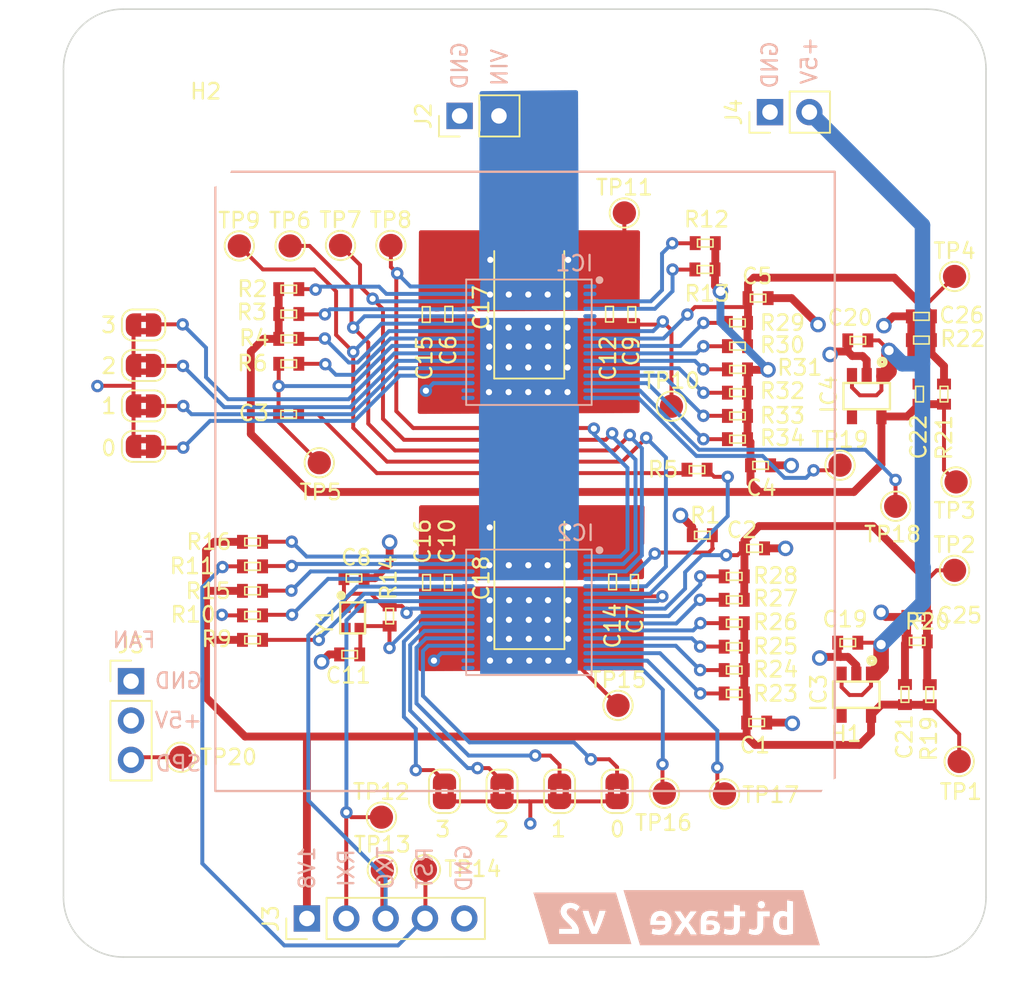
<source format=kicad_pcb>
(kicad_pcb (version 20211014) (generator pcbnew)
  (layers (0 "F.Cu" signal) (1 "In1.Cu" signal) (2 "In2.Cu" signal) (31 "B.Cu" signal) (34 "B.Paste" user) (35 "F.Paste" user) (36 "B.SilkS" user "B.Silkscreen") (37 "F.SilkS" user "F.Silkscreen") (38 "B.Mask" user) (39 "F.Mask" user) (44 "Edge.Cuts" user))
  (net 0 "")
  (net 1 "/VIN")
  (net 2 "/A")
  (net 3 "GND")
  (net 4 "Net-(C8-Pad1)")
  (net 5 "Net-(C11-Pad1)")
  (net 6 "/CI")
  (net 7 "/1V8_2")
  (net 8 "/RO")
  (net 9 "/0V8_2")
  (net 10 "/0V8_1")
  (net 11 "/1V8_1")
  (net 12 "/RST_N")
  (net 13 "/5V")
  (net 16 "Net-(IC1-Pad3)")
  (net 17 "Net-(IC1-Pad4)")
  (net 22 "Net-(C3-Pad1)")
  (net 23 "Net-(IC1-Pad25)")
  (net 24 "Net-(IC1-Pad26)")
  (net 25 "Net-(IC1-Pad27)")
  (net 26 "Net-(IC1-Pad28)")
  (net 27 "Net-(IC1-Pad29)")
  (net 28 "Net-(IC1-Pad30)")
  (net 29 "Net-(IC1-Pad31)")
  (net 30 "Net-(IC1-Pad32)")
  (net 31 "Net-(IC2-Pad4)")
  (net 32 "Net-(IC2-Pad6)")
  (net 35 "Net-(IC2-Pad27)")
  (net 36 "Net-(IC2-Pad29)")
  (net 37 "Net-(IC2-Pad30)")
  (net 38 "Net-(IC2-Pad31)")
  (net 39 "Net-(IC2-Pad32)")
  (net 40 "Net-(C3-Pad2)")
  (net 41 "Net-(IC1-Pad9)")
  (net 42 "Net-(IC1-Pad10)")
  (net 43 "Net-(IC1-Pad11)")
  (net 44 "Net-(IC1-Pad12)")
  (net 45 "Net-(IC1-Pad13)")
  (net 46 "Net-(IC1-Pad14)")
  (net 47 "Net-(IC1-Pad15)")
  (net 48 "Net-(IC1-Pad16)")
  (net 49 "Net-(IC2-Pad9)")
  (net 50 "Net-(IC2-Pad10)")
  (net 51 "Net-(IC2-Pad11)")
  (net 52 "Net-(IC2-Pad12)")
  (net 53 "Net-(IC2-Pad13)")
  (net 54 "Net-(IC2-Pad14)")
  (net 55 "Net-(IC2-Pad15)")
  (net 56 "Net-(IC2-Pad16)")
  (net 57 "/PWM")
  (net 58 "Net-(IC1-Pad20)")
  (net 59 "Net-(IC1-Pad21)")
  (net 60 "Net-(IC1-Pad22)")
  (net 61 "Net-(IC1-Pad23)")
  (net 62 "Net-(IC2-Pad20)")
  (net 63 "Net-(IC2-Pad21)")
  (net 64 "Net-(IC2-Pad22)")
  (net 65 "Net-(IC2-Pad23)")
  (footprint "DayMiner:R0402" (layer "F.Cu") (at 102.75 67.902)
    (fp_text reference "R30")
    (fp_text value "0")
  )
  (footprint "DayMiner:C0402" (layer "F.Cu") (at 96.1 83.16 -90)
    (property "Value" "311-3342-1-ND")
    (fp_text reference "C7")
    (fp_text value "0.1uF")
  )
  (footprint "DayMiner:C0402" (layer "F.Cu") (at 103.99 92.21)
    (fp_text reference "C1")
    (fp_text value "1uF")
  )
  (footprint "DayMiner:R0402" (layer "F.Cu") (at 73.79 69.04)
    (fp_text reference "R6")
    (fp_text value "33")
  )
  (footprint "DayMiner:R0402" (layer "F.Cu") (at 80.3 85.33 -90)
    (property "Value" "311-1.00MLRCT-ND")
    (fp_text reference "R14")
    (fp_text value "1M")
  )
  (footprint "DayMiner:SOT23-5" (layer "F.Cu") (at 110.42 90.41)
    (fp_text reference "IC3")
    (fp_text value "MIC5317")
  )
  (footprint "DayMiner:R0402" (layer "F.Cu") (at 100.14 75.88)
    (fp_text reference "R5")
    (fp_text value "33")
  )
  (footprint "DayMiner:C0402" (layer "F.Cu") (at 73.78 72.31)
    (fp_text reference "C3")
    (fp_text value "0.1uF")
  )
  (footprint "MountingHole:MountingHole_3.5mm" (layer "F.Cu") (at 68.43 55.95)
    (fp_text reference "H2")
    (fp_text value "MountingHole")
  )
  (footprint "Jumper:SolderJumper-2_P1.3mm_Bridged2Bar_RoundedPad1.0x1.5mm" (layer "F.Cu") (at 64.42 69.15)
    (fp_text reference "JP2" hide)
    (fp_text value "SolderJumper_2_Bridged")
  )
  (footprint "TestPoint:TestPoint_Pad_D1.5mm" (layer "F.Cu") (at 95.04 91.1)
    (fp_text reference "TP15")
    (fp_text value "TestPoint")
  )
  (footprint "DayMiner:C0402" (layer "F.Cu") (at 114.5 71 90)
    (fp_text reference "C22")
    (fp_text value "1uF")
  )
  (footprint "TestPoint:TestPoint_Pad_D1.5mm" (layer "F.Cu") (at 116.76 63.4)
    (fp_text reference "TP4")
    (fp_text value "TestPoint")
  )
  (footprint "DayMiner:R0402" (layer "F.Cu") (at 71.45 80.54 180)
    (fp_text reference "R16")
    (fp_text value "10k")
  )
  (footprint "DayMiner:R0402" (layer "F.Cu") (at 102.75 66.4)
    (fp_text reference "R29")
    (fp_text value "0")
  )
  (footprint "DayMiner:R0402" (layer "F.Cu") (at 102.54 88.818 180)
    (fp_text reference "R24")
    (fp_text value "0")
  )
  (footprint "TestPoint:TestPoint_Pad_D1.5mm" (layer "F.Cu") (at 75.76 75.43)
    (fp_text reference "TP5")
    (fp_text value "TestPoint")
  )
  (footprint "MountingHole:MountingHole_3.5mm" (layer "F.Cu") (at 109.76 97.44)
    (fp_text reference "H1")
    (fp_text value "MountingHole")
  )
  (footprint "DayMiner:R0402" (layer "F.Cu") (at 102.75 69.404)
    (fp_text reference "R31")
    (fp_text value "0")
  )
  (footprint "DayMiner:C0402" (layer "F.Cu") (at 84.12 65.84 -90)
    (property "Value" "311-3342-1-ND")
    (fp_text reference "C6")
    (fp_text value "0.1uF")
  )
  (footprint "Connector_PinHeader_2.54mm:PinHeader_1x05_P2.54mm_Vertical" (layer "F.Cu") (at 74.96 104.86 90)
    (fp_text reference "J3")
    (fp_text value "Conn_01x05")
  )
  (footprint "DayMiner:R0402" (layer "F.Cu") (at 71.45 85.2875 180)
    (fp_text reference "R10")
    (fp_text value "10k")
  )
  (footprint "TestPoint:TestPoint_Pad_D1.5mm" (layer "F.Cu") (at 98.03 96.77)
    (fp_text reference "TP16")
    (fp_text value "TestPoint")
  )
  (footprint "DayMiner:R0402" (layer "F.Cu") (at 102.54 84.282 180)
    (fp_text reference "R27")
    (fp_text value "0")
  )
  (footprint "DayMiner:R0402" (layer "F.Cu") (at 73.79 67.433332)
    (fp_text reference "R4")
    (fp_text value "10k")
  )
  (footprint "DayMiner:R0402" (layer "F.Cu") (at 102.75 73.91)
    (fp_text reference "R34")
    (fp_text value "0")
  )
  (footprint "Connector_PinHeader_2.54mm:PinHeader_1x02_P2.54mm_Vertical" (layer "F.Cu") (at 104.85 52.79 90)
    (fp_text reference "J4")
    (fp_text value "Conn_01x02")
  )
  (footprint "DayMiner:R0402" (layer "F.Cu") (at 102.75 72.408)
    (fp_text reference "R33")
    (fp_text value "0")
  )
  (footprint "DayMiner:alignment_pin_1.5mm" (layer "F.Cu") (at 63.06 103.55)
    (fp_text reference "H6" hide)
    (fp_text value "AlignmentHole")
  )
  (footprint "DayMiner:R0402" (layer "F.Cu") (at 102.75 70.906)
    (fp_text reference "R32")
    (fp_text value "0")
  )
  (footprint "TestPoint:TestPoint_Pad_D1.5mm" (layer "F.Cu") (at 109.37 75.59)
    (fp_text reference "TP19")
    (fp_text value "TestPoint")
  )
  (footprint "DayMiner:R0402" (layer "F.Cu") (at 102.54 87.306 180)
    (fp_text reference "R25")
    (fp_text value "0")
  )
  (footprint "DayMiner:C0402" (layer "F.Cu") (at 82.68 83.16 -90)
    (property "Value" "587-5514-1-ND")
    (fp_text reference "C16")
    (fp_text value "1uF")
  )
  (footprint "TestPoint:TestPoint_Pad_D1.5mm" (layer "F.Cu") (at 116.86 76.67)
    (fp_text reference "TP3")
    (fp_text value "TestPoint")
  )
  (footprint "DayMiner:R0402" (layer "F.Cu") (at 114.62 67.51)
    (property "Value" "RMCF0402FT10K0CT-ND")
    (fp_text reference "R22")
    (fp_text value "100")
  )
  (footprint "DayMiner:alignment_pin_1.5mm" (layer "F.Cu") (at 62.82 49.62)
    (fp_text reference "H5" hide)
    (fp_text value "AlignmentHole")
  )
  (footprint "Jumper:SolderJumper-2_P1.3mm_Bridged2Bar_RoundedPad1.0x1.5mm" (layer "F.Cu") (at 94.98 96.65 -90)
    (fp_text reference "JP5" hide)
    (fp_text value "SolderJumper_2_Bridged")
  )
  (footprint "TestPoint:TestPoint_Pad_D1.5mm" (layer "F.Cu") (at 80.38 61.4)
    (fp_text reference "TP8")
    (fp_text value "TestPoint")
  )
  (footprint "Capacitor_Tantalum_SMD:CP_EIA-7343-31_Kemet-D_Pad2.25x2.55mm_HandSolder_flip" (layer "F.Cu") (at 89.32 82.88 90)
    (fp_text reference "C18")
    (fp_text value "330uF")
  )
  (footprint "DayMiner:R0402" (layer "F.Cu") (at 102.54 82.77 180)
    (fp_text reference "R28")
    (fp_text value "0")
  )
  (footprint "Jumper:SolderJumper-2_P1.3mm_Bridged2Bar_RoundedPad1.0x1.5mm" (layer "F.Cu") (at 64.42 66.536667)
    (fp_text reference "JP1" hide)
    (fp_text value "SolderJumper_2_Bridged")
  )
  (footprint "DayMiner:SOT23-5" (layer "F.Cu") (at 111.09 71.13)
    (fp_text reference "IC4")
    (fp_text value "MIC5317")
  )
  (footprint "DayMiner:R0402" (layer "F.Cu") (at 73.79 64.22)
    (fp_text reference "R2")
    (fp_text value "10k")
  )
  (footprint "DayMiner:C0402" (layer "F.Cu") (at 84.09 83.16 -90)
    (property "Value" "311-3342-1-ND")
    (fp_text reference "C10")
    (fp_text value "0.1uF")
  )
  (footprint "DayMiner:R0402" (layer "F.Cu") (at 102.54 85.794 180)
    (fp_text reference "R26")
    (fp_text value "0")
  )
  (footprint "DayMiner:C0402" (layer "F.Cu") (at 77.72 87.81 180)
    (property "Value" "311-3607-1-ND")
    (fp_text reference "C11")
    (fp_text value "10pF")
  )
  (footprint "DayMiner:R0402" (layer "F.Cu") (at 102.54 90.33 180)
    (fp_text reference "R23")
    (fp_text value "0")
  )
  (footprint "DayMiner:R0402" (layer "F.Cu") (at 100.67 61.25)
    (fp_text reference "R12")
    (fp_text value "10k")
  )
  (footprint "Jumper:SolderJumper-2_P1.3mm_Bridged2Bar_RoundedPad1.0x1.5mm" (layer "F.Cu") (at 83.84 96.65 -90)
    (fp_text reference "JP8" hide)
    (fp_text value "SolderJumper_2_Bridged")
  )
  (footprint "DayMiner:C0402" (layer "F.Cu") (at 94.69 83.13 -90)
    (property "Value" "587-5514-1-ND")
    (fp_text reference "C14")
    (fp_text value "1uF")
  )
  (footprint "DayMiner:alignment_pin_1.5mm" (layer "F.Cu") (at 115.06 103.79)
    (fp_text reference "H4" hide)
    (fp_text value "AlignmentHole")
  )
  (footprint "DayMiner:alignment_pin_1.5mm" (layer "F.Cu") (at 115.42 49.5)
    (fp_text reference "H3" hide)
    (fp_text value "AlignmentHole")
  )
  (footprint "TestPoint:TestPoint_Pad_D1.5mm" (layer "F.Cu") (at 77.13 61.4)
    (fp_text reference "TP7")
    (fp_text value "TestPoint")
  )
  (footprint "DayMiner:R0402" (layer "F.Cu") (at 115.16 90.41 -90)
    (property "Value" "RMCF0402FT12K4CT-ND ")
    (fp_text reference "R19")
    (fp_text value "100")
  )
  (footprint "TestPoint:TestPoint_Pad_D1.5mm" (layer "F.Cu") (at 79.83 101.73)
    (fp_text reference "TP13")
    (fp_text value "TestPoint")
  )
  (footprint "DayMiner:C0402" (layer "F.Cu") (at 114.62 65.98 180)
    (property "Value" "311-3342-1-ND")
    (fp_text reference "C26")
    (fp_text value "0.1uF")
  )
  (footprint "Capacitor_Tantalum_SMD:CP_EIA-7343-31_Kemet-D_Pad2.25x2.55mm_HandSolder_flip" (layer "F.Cu") (at 89.31 65.41 90)
    (fp_text reference "C17")
    (fp_text value "330uF")
  )
  (footprint "DayMiner:C0402" (layer "F.Cu") (at 109.87 87.05 180)
    (fp_text reference "C19")
    (fp_text value "1uF")
  )
  (footprint "DayMiner:R0402" (layer "F.Cu") (at 116.08 71 -90)
    (property "Value" "RMCF0402FT12K4CT-ND ")
    (fp_text reference "R21")
    (fp_text value "100")
  )
  (footprint "DayMiner:C0402" (layer "F.Cu") (at 82.66 65.86 -90)
    (property "Value" "587-5514-1-ND")
    (fp_text reference "C15")
    (fp_text value "1uF")
  )
  (footprint "Jumper:SolderJumper-2_P1.3mm_Bridged2Bar_RoundedPad1.0x1.5mm" (layer "F.Cu") (at 91.266666 96.65 -90)
    (fp_text reference "JP6" hide)
    (fp_text value "SolderJumper_2_Bridged")
  )
  (footprint "DayMiner:C0402" (layer "F.Cu") (at 104.24 75.6)
    (fp_text reference "C4")
    (fp_text value "1uF")
  )
  (footprint "DayMiner:XRCGB25M000F2P02R0" (layer "F.Cu") (at 77.91 85.45 -90)
    (fp_text reference "Y1")
    (fp_text value "25MHz")
  )
  (footprint "DayMiner:R0402" (layer "F.Cu") (at 71.45 86.87 180)
    (fp_text reference "R9")
    (fp_text value "10k")
  )
  (footprint "Jumper:SolderJumper-2_P1.3mm_Bridged2Bar_RoundedPad1.0x1.5mm" (layer "F.Cu") (at 87.553333 96.65 -90)
    (fp_text reference "JP7" hide)
    (fp_text value "SolderJumper_2_Bridged")
  )
  (footprint "TestPoint:TestPoint_Pad_D1.5mm" (layer "F.Cu") (at 70.6 61.43)
    (fp_text reference "TP9")
    (fp_text value "TestPoint")
  )
  (footprint "Connector_PinHeader_2.54mm:PinHeader_1x02_P2.54mm_Vertical" (layer "F.Cu") (at 84.815 53.034 90)
    (fp_text reference "J2")
    (fp_text value "Conn_01x02")
  )
  (footprint "Jumper:SolderJumper-2_P1.3mm_Bridged2Bar_RoundedPad1.0x1.5mm" (layer "F.Cu") (at 64.42 71.763333)
    (fp_text reference "JP3" hide)
    (fp_text value "SolderJumper_2_Bridged")
  )
  (footprint "DayMiner:R0402" (layer "F.Cu") (at 73.79 65.826666)
    (fp_text reference "R3")
    (fp_text value "10k")
  )
  (footprint "TestPoint:TestPoint_Pad_D1.5mm" (layer "F.Cu") (at 82.61 101.7)
    (fp_text reference "TP14")
    (fp_text value "TestPoint")
  )
  (footprint "DayMiner:C0402" (layer "F.Cu") (at 95.93 65.86 -90)
    (property "Value" "311-3342-1-ND")
    (fp_text reference "C9")
    (fp_text value "0.1uF")
  )
  (footprint "DayMiner:C0402" (layer "F.Cu") (at 94.49 65.84 -90)
    (property "Value" "587-5514-1-ND")
    (fp_text reference "C12")
    (fp_text value "1uF")
  )
  (footprint "DayMiner:R0402" (layer "F.Cu") (at 100.48 80.11)
    (fp_text reference "R1")
    (fp_text value "10k")
  )
  (footprint "TestPoint:TestPoint_Pad_D1.5mm" (layer "F.Cu") (at 98.49 71.78)
    (fp_text reference "TP10")
    (fp_text value "TestPoint")
  )
  (footprint "DayMiner:C0402" (layer "F.Cu") (at 103.85 80.96)
    (fp_text reference "C2")
    (fp_text value "1uF")
  )
  (footprint "DayMiner:C0402" (layer "F.Cu") (at 114.33 85.39 180)
    (property "Value" "311-3342-1-ND")
    (fp_text reference "C25")
    (fp_text value "0.1uF")
  )
  (footprint "DayMiner:C0402" (layer "F.Cu") (at 110.52 67.53 180)
    (fp_text reference "C20")
    (fp_text value "1uF")
  )
  (footprint "Jumper:SolderJumper-2_P1.3mm_Bridged2Bar_RoundedPad1.0x1.5mm" (layer "F.Cu") (at 64.42 74.376667)
    (fp_text reference "JP4" hide)
    (fp_text value "SolderJumper_2_Bridged")
  )
  (footprint "DayMiner:C0402" (layer "F.Cu") (at 104.08 64.8)
    (fp_text reference "C5")
    (fp_text value "1uF")
  )
  (footprint "TestPoint:TestPoint_Pad_D1.5mm" (layer "F.Cu") (at 73.88 61.43)
    (fp_text reference "TP6")
    (fp_text value "TestPoint")
  )
  (footprint "DayMiner:R0402" (layer "F.Cu") (at 100.65 62.95)
    (fp_text reference "R13")
    (fp_text value "10k")
  )
  (footprint "TestPoint:TestPoint_Pad_D1.5mm" (layer "F.Cu") (at 112.96 78.24)
    (fp_text reference "TP18")
    (fp_text value "TestPoint")
  )
  (footprint "DayMiner:C0402" (layer "F.Cu") (at 78 82.88)
    (property "Value" "311-3607-1-ND")
    (fp_text reference "C8")
    (fp_text value "10pF")
  )
  (footprint "DayMiner:R0402" (layer "F.Cu") (at 71.45 82.1225 180)
    (fp_text reference "R11")
    (fp_text value "10k")
  )
  (footprint "TestPoint:TestPoint_Pad_D1.5mm" (layer "F.Cu") (at 95.45 59.3)
    (fp_text reference "TP11")
    (fp_text value "TestPoint")
  )
  (footprint "TestPoint:TestPoint_Pad_D1.5mm" (layer "F.Cu") (at 116.76 82.38)
    (fp_text reference "TP2")
    (fp_text value "TestPoint")
  )
  (footprint "TestPoint:TestPoint_Pad_D1.5mm" (layer "F.Cu") (at 101.91 96.81)
    (fp_text reference "TP17")
    (fp_text value "TestPoint")
  )
  (footprint "Connector_PinHeader_2.54mm:PinHeader_1x03_P2.54mm_Vertical" (layer "F.Cu") (at 63.61 89.54)
    (fp_text reference "J5")
    (fp_text value "Conn_01x03")
  )
  (footprint "TestPoint:TestPoint_Pad_D1.5mm" (layer "F.Cu") (at 117.06 94.72)
    (fp_text reference "TP1")
    (fp_text value "TestPoint")
  )
  (footprint "TestPoint:TestPoint_Pad_D1.5mm" (layer "F.Cu") (at 79.77 98.32)
    (fp_text reference "TP12")
    (fp_text value "TestPoint")
  )
  (footprint "DayMiner:C0402" (layer "F.Cu") (at 113.56 90.4 90)
    (fp_text reference "C21")
    (fp_text value "1uF")
  )
  (footprint "DayMiner:R0402" (layer "F.Cu") (at 71.45 83.705 180)
    (fp_text reference "R15")
    (fp_text value "10k")
  )
  (footprint "TestPoint:TestPoint_Pad_D1.5mm" (layer "F.Cu") (at 66.82 94.45)
    (fp_text reference "TP20")
    (fp_text value "TestPoint")
  )
  (footprint "DayMiner:R0402" (layer "F.Cu") (at 114.35 86.97)
    (property "Value" "RMCF0402FT10K0CT-ND")
    (fp_text reference "R20")
    (fp_text value "100")
  )
  (footprint "kibuzzard-6222FC9E" (layer "B.Cu") (at 101.73 104.81 180)
    (fp_text reference "kibuzzard-6222FC9E" hide)
    (fp_text value "G***" hide)
  )
  (footprint "DayMiner:SON45P800X800X70-33T645X800N" (layer "B.Cu") (at 89.29 67.65 180)
    (fp_text reference "IC1")
    (fp_text value "BM1387")
  )
  (footprint "kibuzzard-62A3C9C0" (layer "B.Cu") (at 92.74 104.85 180)
    (fp_text reference "kibuzzard-62A3C9C0" hide)
    (fp_text value "G***" hide)
  )
  (footprint "DayMiner:SON45P800X800X70-33T645X800N" (layer "B.Cu") (at 89.29 85.09 180)
    (fp_text reference "IC2")
    (fp_text value "BM1387")
  )
  (gr_rect (start 69.05 56.64) (end 109.03 96.63) (layer "B.SilkS") (width 0.15) (fill none))
  (gr_arc (start 114.930001 46.14) (mid 117.659433 47.270568) (end 118.790001 50) (layer "Edge.Cuts") (width 0.1))
  (gr_line (start 59.249432 49.999433) (end 59.249432 103.490568) (layer "Edge.Cuts") (width 0.1))
  (gr_line (start 63.109432 107.350568) (end 114.93 107.35) (layer "Edge.Cuts") (width 0.1))
  (gr_arc (start 59.249432 49.999433) (mid 60.38 47.270001) (end 63.109432 46.139433) (layer "Edge.Cuts") (width 0.1))
  (gr_arc (start 118.79 103.49) (mid 117.659432 106.219432) (end 114.93 107.35) (layer "Edge.Cuts") (width 0.1))
  (gr_line (start 114.930001 46.14) (end 63.109432 46.139433) (layer "Edge.Cuts") (width 0.1))
  (gr_line (start 118.79 103.49) (end 118.790001 50) (layer "Edge.Cuts") (width 0.1))
  (gr_arc (start 63.109432 107.350568) (mid 60.38 106.22) (end 59.249432 103.490568) (layer "Edge.Cuts") (width 0.1))
  (gr_text "VIN" (at 87.398 49.91 90) (layer "B.SilkS") (effects (font (size 1 1)) (justify mirror)))
  (gr_text "RST" (at 82.5675 101.6 90) (layer "B.SilkS") (effects (font (size 1 1)) (justify mirror)))
  (gr_text "GND" (at 104.84 49.74 90) (layer "B.SilkS") (effects (font (size 1 1)) (justify mirror)))
  (gr_text "1V8" (at 74.97 101.6 90) (layer "B.SilkS") (effects (font (size 1 1)) (justify mirror)))
  (gr_text "FAN" (at 63.8 86.88) (layer "B.SilkS") (effects (font (size 1 1)) (justify mirror)))
  (gr_text "+5V" (at 66.67 92.06) (layer "B.SilkS") (effects (font (size 1 1)) (justify mirror)))
  (gr_text "SPD" (at 66.67 94.85) (layer "B.SilkS") (effects (font (size 1 1)) (justify mirror)))
  (gr_text "GND" (at 66.67 89.51) (layer "B.SilkS") (effects (font (size 1 1)) (justify mirror)))
  (gr_text "RXI" (at 77.5025 101.6 90) (layer "B.SilkS") (effects (font (size 1 1)) (justify mirror)))
  (gr_text "GND" (at 85.1 101.6 90) (layer "B.SilkS") (effects (font (size 1 1)) (justify mirror)))
  (gr_text "TXO" (at 80.035 101.6 90) (layer "B.SilkS") (effects (font (size 1 1)) (justify mirror)))
  (gr_text "GND" (at 84.825 49.783 90) (layer "B.SilkS") (effects (font (size 1 1)) (justify mirror)))
  (gr_text "+5V" (at 107.38 49.46 90) (layer "B.SilkS") (effects (font (size 1 1)) (justify mirror)))
  (gr_text "1" (at 91.2 99.1) (layer "F.SilkS") (effects (font (size 1 1))))
  (gr_text "3" (at 62.17 66.54) (layer "F.SilkS") (effects (font (size 1 1))))
  (gr_text "3" (at 83.74 99.1) (layer "F.SilkS") (effects (font (size 1 1))))
  (gr_text "2" (at 87.54 99.1) (layer "F.SilkS") (effects (font (size 1 1))))
  (gr_text "1" (at 62.18 71.77) (layer "F.SilkS") (effects (font (size 1 1))))
  (gr_text "0" (at 95 99.1) (layer "F.SilkS") (effects (font (size 1 1))))
  (gr_text "2" (at 62.18 69.18) (layer "F.SilkS") (effects (font (size 1 1))))
  (gr_text "0" (at 62.17 74.49) (layer "F.SilkS") (effects (font (size 1 1))))
  (segment (start 95.45 64.73) (end 95.93 65.21) (width 0.254) (layer "F.Cu") (net 1))
  (segment (start 95.45 59.3) (end 95.45 64.73) (width 0.254) (layer "F.Cu") (net 1))
  (via (at 91.8 64.57) (size 0.8) (drill 0.4) (layers "F.Cu" "B.Cu") (net 1))
  (via (at 86.8 62.33) (size 0.8) (drill 0.4) (layers "F.Cu" "B.Cu") (net 1))
  (via (at 87.99 64.57) (size 0.8) (drill 0.4) (layers "F.Cu" "B.Cu") (net 1))
  (via (at 86.78 64.57) (size 0.8) (drill 0.4) (layers "F.Cu" "B.Cu") (net 1))
  (via (at 90.5 64.57) (size 0.8) (drill 0.4) (layers "F.Cu" "B.Cu") (net 1))
  (via (at 89.25 64.57) (size 0.8) (drill 0.4) (layers "F.Cu" "B.Cu") (net 1))
  (via (at 91.82 62.33) (size 0.8) (drill 0.4) (layers "F.Cu" "B.Cu") (net 1))
  (segment (start 112.2 66.58) (end 112.8 65.98) (width 0.508) (layer "F.Cu") (net 2))
  (segment (start 63.77 70.46) (end 63.77 69.15) (width 0.254) (layer "F.Cu") (net 2))
  (segment (start 94.72 82.51) (end 94.69 82.48) (width 0.254) (layer "F.Cu") (net 2))
  (segment (start 114.5 69.27) (end 113.97 68.74) (width 0.508) (layer "F.Cu") (net 2))
  (segment (start 98.49 66.87) (end 98.49 71.78) (width 0.254) (layer "F.Cu") (net 2))
  (segment (start 113.97 68.74) (end 113.97 67.51) (width 0.508) (layer "F.Cu") (net 2))
  (segment (start 114.5 70.35) (end 114.5 69.27) (width 0.508) (layer "F.Cu") (net 2))
  (segment (start 106.21 75.6) (end 106.22 75.61) (width 0.508) (layer "F.Cu") (net 2))
  (segment (start 86.28 82.51) (end 86.74 82.05) (width 0.254) (layer "F.Cu") (net 2))
  (segment (start 109.87 68.25) (end 109.87 67.53) (width 0.508) (layer "F.Cu") (net 2))
  (segment (start 84.09 82.51) (end 82.68 82.51) (width 0.254) (layer "F.Cu") (net 2))
  (segment (start 63.77 69.15) (end 63.77 66.536667) (width 0.254) (layer "F.Cu") (net 2))
  (segment (start 106.24 64.8) (end 104.73 64.8) (width 0.508) (layer "F.Cu") (net 2))
  (segment (start 104.89 75.6) (end 106.21 75.6) (width 0.508) (layer "F.Cu") (net 2))
  (segment (start 110.823 68.54) (end 110.16 68.54) (width 0.508) (layer "F.Cu") (net 2))
  (segment (start 96.1 82.51) (end 94.72 82.51) (width 0.254) (layer "F.Cu") (net 2))
  (segment (start 109.87 68.25) (end 108.92 68.25) (width 0.508) (layer "F.Cu") (net 2))
  (segment (start 61.46 70.46) (end 61.44 70.48) (width 0.254) (layer "F.Cu") (net 2))
  (segment (start 113.97 67.51) (end 113.97 65.98) (width 0.508) (layer "F.Cu") (net 2))
  (segment (start 94.69 82.48) (end 92.23 82.48) (width 0.254) (layer "F.Cu") (net 2))
  (segment (start 111.09 69.815) (end 111.09 68.807) (width 0.508) (layer "F.Cu") (net 2))
  (segment (start 111.09 68.807) (end 110.823 68.54) (width 0.508) (layer "F.Cu") (net 2))
  (segment (start 63.77 74.376667) (end 63.77 71.763333) (width 0.254) (layer "F.Cu") (net 2))
  (segment (start 112.8 65.98) (end 113.97 65.98) (width 0.508) (layer "F.Cu") (net 2))
  (segment (start 110.16 68.54) (end 109.87 68.25) (width 0.508) (layer "F.Cu") (net 2))
  (segment (start 107.95 66.51) (end 106.24 64.8) (width 0.508) (layer "F.Cu") (net 2))
  (segment (start 108.92 68.25) (end 108.73 68.44) (width 0.508) (layer "F.Cu") (net 2))
  (segment (start 84.09 82.51) (end 86.28 82.51) (width 0.254) (layer "F.Cu") (net 2))
  (segment (start 63.77 71.763333) (end 63.77 70.46) (width 0.254) (layer "F.Cu") (net 2))
  (segment (start 92.23 82.48) (end 91.8 82.05) (width 0.254) (layer "F.Cu") (net 2))
  (segment (start 97.93 66.31) (end 97.73 66.51) (width 0.254) (layer "F.Cu") (net 2))
  (segment (start 63.77 70.46) (end 61.46 70.46) (width 0.254) (layer "F.Cu") (net 2))
  (segment (start 97.93 66.31) (end 98.49 66.87) (width 0.254) (layer "F.Cu") (net 2))
  (segment (start 97.73 66.51) (end 95.93 66.51) (width 0.254) (layer "F.Cu") (net 2))
  (via (at 86.71 66.7) (size 0.8) (drill 0.4) (layers "F.Cu" "B.Cu") (net 2))
  (via (at 106.22 75.61) (size 1) (drill 0.6) (layers "F.Cu" "B.Cu") (net 2))
  (via (at 107.95 66.51) (size 1) (drill 0.6) (layers "F.Cu" "B.Cu") (net 2))
  (via (at 87.99 82.05) (size 0.8) (drill 0.4) (layers "F.Cu" "B.Cu") (net 2))
  (via (at 91.8 82.05) (size 0.8) (drill 0.4) (layers "F.Cu" "B.Cu") (net 2))
  (via (at 86.71 70.87) (size 0.8) (drill 0.4) (layers "F.Cu" "B.Cu") (net 2))
  (via (at 86.71 69.28) (size 0.8) (drill 0.4) (layers "F.Cu" "B.Cu") (net 2))
  (via (at 89.245 70.87) (size 0.8) (drill 0.4) (layers "F.Cu" "B.Cu") (net 2))
  (via (at 91.78 66.7) (size 0.8) (drill 0.4) (layers "F.Cu" "B.Cu") (net 2))
  (via (at 89.25 82.05) (size 0.8) (drill 0.4) (layers "F.Cu" "B.Cu") (net 2))
  (via (at 91.78 70.87) (size 0.8) (drill 0.4) (layers "F.Cu" "B.Cu") (net 2))
  (via (at 82.64 70.78) (size 0.8) (drill 0.4) (layers "F.Cu" "B.Cu") (net 2))
  (via (at 87.9975 67.93) (size 0.8) (drill 0.4) (layers "F.Cu" "B.Cu") (net 2))
  (via (at 89.265 67.93) (size 0.8) (drill 0.4) (layers "F.Cu" "B.Cu") (net 2))
  (via (at 87.9775 70.87) (size 0.8) (drill 0.4) (layers "F.Cu" "B.Cu") (net 2))
  (via (at 90.5125 66.7) (size 0.8) (drill 0.4) (layers "F.Cu" "B.Cu") (net 2))
  (via (at 86.74 82.05) (size 0.8) (drill 0.4) (layers "F.Cu" "B.Cu") (net 2))
  (via (at 61.44 70.48) (size 0.8) (drill 0.4) (layers "F.Cu" "B.Cu") (net 2))
  (via (at 86.73 67.93) (size 0.8) (drill 0.4) (layers "F.Cu" "B.Cu") (net 2))
  (via (at 108.73 68.44) (size 1) (drill 0.6) (layers "F.Cu" "B.Cu") (net 2))
  (via (at 90.5125 70.87) (size 0.8) (drill 0.4) (layers "F.Cu" "B.Cu") (net 2))
  (via (at 90.5125 69.28) (size 0.8) (drill 0.4) (layers "F.Cu" "B.Cu") (net 2))
  (via (at 87.9775 66.7) (size 0.8) (drill 0.4) (layers "F.Cu" "B.Cu") (net 2))
  (via (at 89.245 69.28) (size 0.8) (drill 0.4) (layers "F.Cu" "B.Cu") (net 2))
  (via (at 86.76 79.61) (size 0.8) (drill 0.4) (layers "F.Cu" "B.Cu") (net 2))
  (via (at 91.8 67.93) (size 0.8) (drill 0.4) (layers "F.Cu" "B.Cu") (net 2))
  (via (at 90.5 82.05) (size 0.8) (drill 0.4) (layers "F.Cu" "B.Cu") (net 2))
  (via (at 90.5325 67.93) (size 0.8) (drill 0.4) (layers "F.Cu" "B.Cu") (net 2))
  (via (at 91.82 79.61) (size 0.8) (drill 0.4) (layers "F.Cu" "B.Cu") (net 2))
  (via (at 89.245 66.7) (size 0.8) (drill 0.4) (layers "F.Cu" "B.Cu") (net 2))
  (via (at 97.93 66.31) (size 0.8) (drill 0.4) (layers "F.Cu" "B.Cu") (net 2))
  (via (at 87.9775 69.28) (size 0.8) (drill 0.4) (layers "F.Cu" "B.Cu") (net 2))
  (via (at 91.78 69.28) (size 0.8) (drill 0.4) (layers "F.Cu" "B.Cu") (net 2))
  (via (at 112.2 66.58) (size 1) (drill 0.6) (layers "F.Cu" "B.Cu") (net 2))
  (segment (start 97.31 66.93) (end 97.93 66.31) (width 0.254) (layer "B.Cu") (net 2))
  (segment (start 93.2246 66.93) (end 97.31 66.93) (width 0.254) (layer "B.Cu") (net 2))
  (segment (start 82.64 70.78) (end 82.64 70.75) (width 0.254) (layer "B.Cu") (net 2))
  (segment (start 85.3554 70.29) (end 83.13 70.29) (width 0.254) (layer "B.Cu") (net 2))
  (segment (start 83.13 70.29) (end 82.64 70.78) (width 0.254) (layer "B.Cu") (net 2))
  (segment (start 96.35 84.06) (end 96.1 83.81) (width 0.254) (layer "F.Cu") (net 3))
  (segment (start 106.24 92.21) (end 106.29 92.26) (width 0.508) (layer "F.Cu") (net 3))
  (segment (start 78.65 82.88) (end 79.36 82.88) (width 0.508) (layer "F.Cu") (net 3))
  (segment (start 113.7 86.97) (end 113.7 85.41) (width 0.508) (layer "F.Cu") (net 3))
  (segment (start 84.09 83.81) (end 86.26 83.81) (width 0.508) (layer "F.Cu") (net 3))
  (segment (start 83.84 97.3) (end 87.553333 97.3) (width 0.254) (layer "F.Cu") (net 3))
  (segment (start 91.266666 97.3) (end 94.98 97.3) (width 0.254) (layer "F.Cu") (net 3))
  (segment (start 69.5075 85.2875) (end 69.47 85.25) (width 0.254) (layer "F.Cu") (net 3))
  (segment (start 108.13 87.97) (end 108.06 88.04) (width 0.508) (layer "F.Cu") (net 3))
  (segment (start 110.42 88.51) (end 109.88 87.97) (width 0.508) (layer "F.Cu") (net 3))
  (segment (start 89.38 97.37) (end 89.31 97.3) (width 0.254) (layer "F.Cu") (net 3))
  (segment (start 76.39 87.81) (end 75.91 88.29) (width 0.508) (layer "F.Cu") (net 3))
  (segment (start 113.7 85.41) (end 113.68 85.39) (width 0.508) (layer "F.Cu") (net 3))
  (segment (start 95.04 91.1) (end 92.15 88.21) (width 0.254) (layer "F.Cu") (net 3))
  (segment (start 89.38 98.73) (end 89.38 97.37) (width 0.254) (layer "F.Cu") (net 3))
  (segment (start 80.3 81.94) (end 80.3 80.56) (width 0.508) (layer "F.Cu") (net 3))
  (segment (start 70.8 85.2875) (end 69.5075 85.2875) (width 0.254) (layer "F.Cu") (net 3))
  (segment (start 110.42 89.095) (end 110.42 88.51) (width 0.508) (layer "F.Cu") (net 3))
  (segment (start 104.5 80.96) (end 105.85 80.96) (width 0.508) (layer "F.Cu") (net 3))
  (segment (start 113.68 85.39) (end 112.32 85.39) (width 0.508) (layer "F.Cu") (net 3))
  (segment (start 109.4 87.97) (end 109.22 87.79) (width 0.508) (layer "F.Cu") (net 3))
  (segment (start 77.07 87.81) (end 76.39 87.81) (width 0.508) (layer "F.Cu") (net 3))
  (segment (start 79.36 82.88) (end 80.3 81.94) (width 0.508) (layer "F.Cu") (net 3))
  (segment (start 89.31 97.3) (end 91.266666 97.3) (width 0.254) (layer "F.Cu") (net 3))
  (segment (start 112.32 85.39) (end 112.02 85.09) (width 0.508) (layer "F.Cu") (net 3))
  (segment (start 109.4 87.97) (end 108.13 87.97) (width 0.508) (layer "F.Cu") (net 3))
  (segment (start 97.9 84.06) (end 96.35 84.06) (width 0.254) (layer "F.Cu") (net 3))
  (segment (start 113.56 87.11) (end 113.7 86.97) (width 0.508) (layer "F.Cu") (net 3))
  (segment (start 113.56 89.75) (end 113.56 87.11) (width 0.508) (layer "F.Cu") (net 3))
  (segment (start 94.69 83.78) (end 96.07 83.78) (width 0.508) (layer "F.Cu") (net 3))
  (segment (start 99.83 80.11) (end 99.83 79.59) (width 0.508) (layer "F.Cu") (net 3))
  (segment (start 87.553333 97.3) (end 89.31 97.3) (width 0.254) (layer "F.Cu") (net 3))
  (segment (start 92.15 88.21) (end 91.85 88.21) (width 0.254) (layer "F.Cu") (net 3))
  (segment (start 109.88 87.97) (end 109.4 87.97) (width 0.508) (layer "F.Cu") (net 3))
  (segment (start 82.68 83.81) (end 84.09 83.81) (width 0.508) (layer "F.Cu") (net 3))
  (segment (start 104.64 92.21) (end 106.24 92.21) (width 0.508) (layer "F.Cu") (net 3))
  (segment (start 86.26 83.81) (end 86.76 84.31) (width 0.508) (layer "F.Cu") (net 3))
  (segment (start 109.22 87.79) (end 109.22 87.05) (width 0.508) (layer "F.Cu") (net 3))
  (segment (start 96.07 83.78) (end 96.1 83.81) (width 0.508) (layer "F.Cu") (net 3))
  (segment (start 99.83 79.59) (end 99.07 78.83) (width 0.508) (layer "F.Cu") (net 3))
  (via (at 86.75 85.58) (size 0.8) (drill 0.4) (layers "F.Cu" "B.Cu") (net 3))
  (via (at 108.06 88.04) (size 1) (drill 0.6) (layers "F.Cu" "B.Cu") (net 3))
  (via (at 89.29 84.31) (size 0.8) (drill 0.4) (layers "F.Cu" "B.Cu") (net 3))
  (via (at 86.75 86.8) (size 0.8) (drill 0.4) (layers "F.Cu" "B.Cu") (net 3))
  (via (at 91.82 85.58) (size 0.8) (drill 0.4) (layers "F.Cu" "B.Cu") (net 3))
  (via (at 91.82 86.8) (size 0.8) (drill 0.4) (layers "F.Cu" "B.Cu") (net 3))
  (via (at 90.51 86.8) (size 0.8) (drill 0.4) (layers "F.Cu" "B.Cu") (net 3))
  (via (at 86.76 84.31) (size 0.8) (drill 0.4) (layers "F.Cu" "B.Cu") (net 3))
  (via (at 91.85 88.21) (size 0.8) (drill 0.4) (layers "F.Cu" "B.Cu") (net 3))
  (via (at 89.28 85.58) (size 0.8) (drill 0.4) (layers "F.Cu" "B.Cu") (net 3))
  (via (at 88 85.58) (size 0.8) (drill 0.4) (layers "F.Cu" "B.Cu") (net 3))
  (via (at 89.31 88.21) (size 0.8) (drill 0.4) (layers "F.Cu" "B.Cu") (net 3))
  (via (at 88.03 88.21) (size 0.8) (drill 0.4) (layers "F.Cu" "B.Cu") (net 3))
  (via (at 90.54 88.21) (size 0.8) (drill 0.4) (layers "F.Cu" "B.Cu") (net 3))
  (via (at 89.38 98.73) (size 0.8) (drill 0.4) (layers "F.Cu" "B.Cu") (net 3))
  (via (at 105.85 80.96) (size 1) (drill 0.6) (layers "F.Cu" "B.Cu") (net 3))
  (via (at 89.28 86.8) (size 0.8) (drill 0.4) (layers "F.Cu" "B.Cu") (net 3))
  (via (at 83.16 88.21) (size 0.8) (drill 0.4) (layers "F.Cu" "B.Cu") (net 3))
  (via (at 106.29 92.26) (size 1) (drill 0.6) (layers "F.Cu" "B.Cu") (net 3))
  (via (at 90.52 84.31) (size 0.8) (drill 0.4) (layers "F.Cu" "B.Cu") (net 3))
  (via (at 90.51 85.58) (size 0.8) (drill 0.4) (layers "F.Cu" "B.Cu") (net 3))
  (via (at 80.3 80.56) (size 1) (drill 0.6) (layers "F.Cu" "B.Cu") (net 3))
  (via (at 91.83 84.31) (size 0.8) (drill 0.4) (layers "F.Cu" "B.Cu") (net 3))
  (via (at 86.78 88.21) (size 0.8) (drill 0.4) (layers "F.Cu" "B.Cu") (net 3))
  (via (at 75.91 88.29) (size 1) (drill 0.6) (layers "F.Cu" "B.Cu") (net 3))
  (via (at 112.02 85.09) (size 1) (drill 0.6) (layers "F.Cu" "B.Cu") (net 3))
  (via (at 99.07 78.83) (size 1) (drill 0.6) (layers "F.Cu" "B.Cu") (net 3))
  (via (at 88 86.8) (size 0.8) (drill 0.4) (layers "F.Cu" "B.Cu") (net 3))
  (via (at 69.47 85.25) (size 0.8) (drill 0.4) (layers "F.Cu" "B.Cu") (net 3))
  (via (at 97.9 84.06) (size 0.8) (drill 0.4) (layers "F.Cu" "B.Cu") (net 3))
  (via (at 88.01 84.31) (size 0.8) (drill 0.4) (layers "F.Cu" "B.Cu") (net 3))
  (segment (start 93.2246 84.37) (end 97.59 84.37) (width 0.254) (layer "B.Cu") (net 3))
  (segment (start 83.64 87.73) (end 83.16 88.21) (width 0.254) (layer "B.Cu") (net 3))
  (segment (start 85.3554 87.73) (end 83.64 87.73) (width 0.254) (layer "B.Cu") (net 3))
  (segment (start 97.59 84.37) (end 97.9 84.06) (width 0.254) (layer "B.Cu") (net 3))
  (segment (start 80.3 84.68) (end 79.88 84.68) (width 0.254) (layer "F.Cu") (net 4))
  (segment (start 79.88 84.68) (end 79.09 83.89) (width 0.254) (layer "F.Cu") (net 4))
  (segment (start 79.09 83.89) (end 77.8 83.89) (width 0.254) (layer "F.Cu") (net 4))
  (segment (start 81.08 84.68) (end 80.3 84.68) (width 0.254) (layer "F.Cu") (net 4))
  (segment (start 77.8 83.89) (end 77.41 84.28) (width 0.254) (layer "F.Cu") (net 4))
  (segment (start 77.35 84.22) (end 77.41 84.28) (width 0.254) (layer "F.Cu") (net 4))
  (segment (start 77.35 82.88) (end 77.35 84.22) (width 0.254) (layer "F.Cu") (net 4))
  (segment (start 81.39 85.12) (end 81.39 84.99) (width 0.254) (layer "F.Cu") (net 4))
  (segment (start 77.41 84.28) (end 77.41 84.775) (width 0.254) (layer "F.Cu") (net 4))
  (segment (start 81.39 84.99) (end 81.08 84.68) (width 0.254) (layer "F.Cu") (net 4))
  (via (at 81.39 85.12) (size 0.8) (drill 0.4) (layers "F.Cu" "B.Cu") (net 4))
  (segment (start 81.66 84.85) (end 81.39 85.12) (width 0.254) (layer "B.Cu") (net 4))
  (segment (start 85.3554 84.85) (end 81.66 84.85) (width 0.254) (layer "B.Cu") (net 4))
  (segment (start 78.41 86.125) (end 78.41 87.77) (width 0.254) (layer "F.Cu") (net 5))
  (segment (start 80.3 85.98) (end 78.555 85.98) (width 0.254) (layer "F.Cu") (net 5))
  (segment (start 78.41 87.77) (end 78.37 87.81) (width 0.254) (layer "F.Cu") (net 5))
  (segment (start 80.29 87.39) (end 80.29 85.99) (width 0.254) (layer "F.Cu") (net 5))
  (segment (start 78.555 85.98) (end 78.41 86.125) (width 0.254) (layer "F.Cu") (net 5))
  (segment (start 80.29 85.99) (end 80.3 85.98) (width 0.254) (layer "F.Cu") (net 5))
  (via (at 80.29 87.39) (size 0.8) (drill 0.4) (layers "F.Cu" "B.Cu") (net 5))
  (segment (start 80.29 87.39) (end 80.29 87.32) (width 0.254) (layer "B.Cu") (net 5))
  (segment (start 82.295943 85.33) (end 80.29 87.335943) (width 0.254) (layer "B.Cu") (net 5))
  (segment (start 85.3554 85.33) (end 82.295943 85.33) (width 0.254) (layer "B.Cu") (net 5))
  (segment (start 80.29 87.335943) (end 80.29 87.39) (width 0.254) (layer "B.Cu") (net 5))
  (segment (start 79.77 98.32) (end 77.82 98.32) (width 0.254) (layer "F.Cu") (net 6))
  (segment (start 77.51 98.01) (end 77.5 98.02) (width 0.254) (layer "F.Cu") (net 6))
  (segment (start 77.5 98.02) (end 77.5 104.86) (width 0.254) (layer "F.Cu") (net 6))
  (segment (start 77.82 98.32) (end 77.51 98.01) (width 0.254) (layer "F.Cu") (net 6))
  (via (at 77.51 98.01) (size 0.8) (drill 0.4) (layers "F.Cu" "B.Cu") (net 6))
  (segment (start 77.51 85.61) (end 77.51 98.01) (width 0.254) (layer "B.Cu") (net 6))
  (segment (start 85.3554 84.37) (end 78.75 84.37) (width 0.254) (layer "B.Cu") (net 6))
  (segment (start 78.75 84.37) (end 77.51 85.61) (width 0.254) (layer "B.Cu") (net 6))
  (segment (start 68.45 90.59) (end 68.45 87.04) (width 0.508) (layer "F.Cu") (net 7))
  (segment (start 74.96 93.14) (end 74.93 93.11) (width 0.508) (layer "F.Cu") (net 7))
  (segment (start 103.34 93.11) (end 103.88 93.65) (width 0.508) (layer "F.Cu") (net 7))
  (segment (start 74.93 93.11) (end 70.97 93.11) (width 0.508) (layer "F.Cu") (net 7))
  (segment (start 103.88 93.65) (end 110.62 93.65) (width 0.508) (layer "F.Cu") (net 7))
  (segment (start 103.34 90.48) (end 103.19 90.33) (width 0.508) (layer "F.Cu") (net 7))
  (segment (start 110.62 93.65) (end 111.37 92.9) (width 0.508) (layer "F.Cu") (net 7))
  (segment (start 113.57 91.06) (end 113.56 91.05) (width 0.508) (layer "F.Cu") (net 7))
  (segment (start 111.37 92.9) (end 111.37 91.725) (width 0.508) (layer "F.Cu") (net 7))
  (segment (start 103.34 93.11) (end 103.34 92.21) (width 0.508) (layer "F.Cu") (net 7))
  (segment (start 68.45 87.04) (end 68.62 86.87) (width 0.508) (layer "F.Cu") (net 7))
  (segment (start 117.06 92.96) (end 115.16 91.06) (width 0.254) (layer "F.Cu") (net 7))
  (segment (start 68.62 86.87) (end 70.8 86.87) (width 0.508) (layer "F.Cu") (net 7))
  (segment (start 103.19 87.306) (end 103.19 85.794) (width 0.508) (layer "F.Cu") (net 7))
  (segment (start 68.45 83.74) (end 68.45 81.08) (width 0.508) (layer "F.Cu") (net 7))
  (segment (start 115.16 91.06) (end 113.57 91.06) (width 0.508) (layer "F.Cu") (net 7))
  (segment (start 113.56 91.05) (end 112.045 91.05) (width 0.508) (layer "F.Cu") (net 7))
  (segment (start 74.96 104.86) (end 74.96 93.14) (width 0.508) (layer "F.Cu") (net 7))
  (segment (start 103.19 87.306) (end 103.19 88.818) (width 0.508) (layer "F.Cu") (net 7))
  (segment (start 103.34 92.21) (end 103.34 90.48) (width 0.508) (layer "F.Cu") (net 7))
  (segment (start 68.45 87.04) (end 68.45 83.74) (width 0.508) (layer "F.Cu") (net 7))
  (segment (start 70.97 93.11) (end 68.45 90.59) (width 0.508) (layer "F.Cu") (net 7))
  (segment (start 103.19 90.33) (end 103.19 88.818) (width 0.508) (layer "F.Cu") (net 7))
  (segment (start 103.34 93.11) (end 74.93 93.11) (width 0.508) (layer "F.Cu") (net 7))
  (segment (start 112.045 91.05) (end 111.37 91.725) (width 0.508) (layer "F.Cu") (net 7))
  (segment (start 68.99 80.54) (end 70.8 80.54) (width 0.508) (layer "F.Cu") (net 7))
  (segment (start 68.45 81.08) (end 68.99 80.54) (width 0.508) (layer "F.Cu") (net 7))
  (segment (start 117.06 94.72) (end 117.06 92.96) (width 0.254) (layer "F.Cu") (net 7))
  (segment (start 68.45 83.74) (end 68.485 83.705) (width 0.508) (layer "F.Cu") (net 7))
  (segment (start 68.485 83.705) (end 70.8 83.705) (width 0.508) (layer "F.Cu") (net 7))
  (segment (start 79.83 101.73) (end 79.83 104.65) (width 0.254) (layer "F.Cu") (net 8))
  (segment (start 79.83 104.65) (end 80.04 104.86) (width 0.254) (layer "F.Cu") (net 8))
  (segment (start 75.051089 97.241089) (end 80.04 102.23) (width 0.254) (layer "B.Cu") (net 8))
  (segment (start 85.3554 83.41) (end 85.32 83.41) (width 0.254) (layer "B.Cu") (net 8))
  (segment (start 75.051089 86.588785) (end 75.051089 97.241089) (width 0.254) (layer "B.Cu") (net 8))
  (segment (start 85.32 83.41) (end 85.3 83.43) (width 0.254) (layer "B.Cu") (net 8))
  (segment (start 85.3 83.43) (end 78.209874 83.43) (width 0.254) (layer "B.Cu") (net 8))
  (segment (start 80.04 102.23) (end 80.04 104.86) (width 0.254) (layer "B.Cu") (net 8))
  (segment (start 78.209874 83.43) (end 75.051089 86.588785) (width 0.254) (layer "B.Cu") (net 8))
  (segment (start 114.98 85.39) (end 114.98 86.95) (width 0.508) (layer "F.Cu") (net 9))
  (segment (start 114.98 83.01) (end 114.98 85.39) (width 0.508) (layer "F.Cu") (net 9))
  (segment (start 104.14 79.52) (end 111.49 79.52) (width 0.508) (layer "F.Cu") (net 9))
  (segment (start 116.76 82.38) (end 115.61 82.38) (width 0.254) (layer "F.Cu") (net 9))
  (segment (start 103.2 82.76) (end 103.19 82.77) (width 0.508) (layer "F.Cu") (net 9))
  (segment (start 115.61 82.38) (end 114.98 83.01) (width 0.254) (layer "F.Cu") (net 9))
  (segment (start 102.02 81.4) (end 102.76 81.4) (width 0.254) (layer "F.Cu") (net 9))
  (segment (start 111.49 79.52) (end 114.98 83.01) (width 0.508) (layer "F.Cu") (net 9))
  (segment (start 115 86.97) (end 115 89.6) (width 0.508) (layer "F.Cu") (net 9))
  (segment (start 115 89.6) (end 115.16 89.76) (width 0.508) (layer "F.Cu") (net 9))
  (segment (start 114.98 86.95) (end 115 86.97) (width 0.508) (layer "F.Cu") (net 9))
  (segment (start 103.2 80.96) (end 103.2 80.46) (width 0.508) (layer "F.Cu") (net 9))
  (segment (start 102.76 81.4) (end 103.2 80.96) (width 0.254) (layer "F.Cu") (net 9))
  (segment (start 103.2 80.46) (end 104.14 79.52) (width 0.508) (layer "F.Cu") (net 9))
  (segment (start 103.2 80.96) (end 103.2 82.76) (width 0.508) (layer "F.Cu") (net 9))
  (segment (start 103.19 82.77) (end 103.19 84.282) (width 0.508) (layer "F.Cu") (net 9))
  (via (at 102.02 81.4) (size 0.8) (drill 0.4) (layers "F.Cu" "B.Cu") (net 9))
  (segment (start 100.47 81.4) (end 102.02 81.4) (width 0.254) (layer "B.Cu") (net 9))
  (segment (start 98.08 84.85) (end 99.37 83.56) (width 0.254) (layer "B.Cu") (net 9))
  (segment (start 99.37 83.56) (end 99.37 82.5) (width 0.254) (layer "B.Cu") (net 9))
  (segment (start 93.2246 84.85) (end 98.08 84.85) (width 0.254) (layer "B.Cu") (net 9))
  (segment (start 99.37 82.5) (end 100.47 81.4) (width 0.254) (layer "B.Cu") (net 9))
  (segment (start 103.43 63.86) (end 103.43 64.8) (width 0.508) (layer "F.Cu") (net 10))
  (segment (start 115.27 65.98) (end 115.27 65.88) (width 0.508) (layer "F.Cu") (net 10))
  (segment (start 116.76 63.4) (end 114.995 65.165) (width 0.254) (layer "F.Cu") (net 10))
  (segment (start 112.87 63.48) (end 103.81 63.48) (width 0.508) (layer "F.Cu") (net 10))
  (segment (start 114.995 65.605) (end 112.87 63.48) (width 0.508) (layer "F.Cu") (net 10))
  (segment (start 116.08 69.19) (end 116.08 70.35) (width 0.508) (layer "F.Cu") (net 10))
  (segment (start 115.27 65.88) (end 114.995 65.605) (width 0.508) (layer "F.Cu") (net 10))
  (segment (start 115.27 67.51) (end 115.27 68.38) (width 0.508) (layer "F.Cu") (net 10))
  (segment (start 103.4 66.4) (end 103.4 67.902) (width 0.508) (layer "F.Cu") (net 10))
  (segment (start 103.43 64.8) (end 103.43 65.38) (width 0.508) (layer "F.Cu") (net 10))
  (segment (start 99.52 65.86) (end 100 65.38) (width 0.254) (layer "F.Cu") (net 10))
  (segment (start 103.81 63.48) (end 103.43 63.86) (width 0.508) (layer "F.Cu") (net 10))
  (segment (start 103.43 65.38) (end 103.43 66.37) (width 0.508) (layer "F.Cu") (net 10))
  (segment (start 115.27 65.98) (end 115.27 67.51) (width 0.508) (layer "F.Cu") (net 10))
  (segment (start 115.27 68.38) (end 116.08 69.19) (width 0.508) (layer "F.Cu") (net 10))
  (segment (start 114.995 65.165) (end 114.995 65.605) (width 0.254) (layer "F.Cu") (net 10))
  (segment (start 100 65.38) (end 103.43 65.38) (width 0.254) (layer "F.Cu") (net 10))
  (segment (start 103.43 66.37) (end 103.4 66.4) (width 0.508) (layer "F.Cu") (net 10))
  (via (at 99.52 65.86) (size 0.8) (drill 0.4) (layers "F.Cu" "B.Cu") (net 10))
  (segment (start 97.97 67.41) (end 99.52 65.86) (width 0.254) (layer "B.Cu") (net 10))
  (segment (start 93.2246 67.41) (end 97.97 67.41) (width 0.254) (layer "B.Cu") (net 10))
  (segment (start 75.09 77.32) (end 71.34 73.57) (width 0.508) (layer "F.Cu") (net 11))
  (segment (start 103.4 73.91) (end 103.4 72.408) (width 0.508) (layer "F.Cu") (net 11))
  (segment (start 116.86 76.67) (end 116.08 75.89) (width 0.254) (layer "F.Cu") (net 11))
  (segment (start 101.3 64.01) (end 101.65 64.36) (width 0.508) (layer "F.Cu") (net 11))
  (segment (start 110.26 77.32) (end 104.16 77.32) (width 0.508) (layer "F.Cu") (net 11))
  (segment (start 72.166668 67.433332) (end 73.14 67.433332) (width 0.508) (layer "F.Cu") (net 11))
  (segment (start 71.34 73.57) (end 71.34 68.26) (width 0.508) (layer "F.Cu") (net 11))
  (segment (start 73.14 65.826666) (end 73.14 64.22) (width 0.508) (layer "F.Cu") (net 11))
  (segment (start 113.705 72.445) (end 114.5 71.65) (width 0.508) (layer "F.Cu") (net 11))
  (segment (start 112.04 72.445) (end 113.705 72.445) (width 0.508) (layer "F.Cu") (net 11))
  (segment (start 104.16 77.32) (end 103.94 77.1) (width 0.508) (layer "F.Cu") (net 11))
  (segment (start 71.34 68.26) (end 72.166668 67.433332) (width 0.508) (layer "F.Cu") (net 11))
  (segment (start 101.32 62.93) (end 101.3 62.95) (width 0.508) (layer "F.Cu") (net 11))
  (segment (start 112.04 75.54) (end 110.26 77.32) (width 0.508) (layer "F.Cu") (net 11))
  (segment (start 104.72 69.43) (end 103.426 69.43) (width 0.508) (layer "F.Cu") (net 11))
  (segment (start 73.14 67.433332) (end 73.14 65.826666) (width 0.508) (layer "F.Cu") (net 11))
  (segment (start 103.72 77.32) (end 75.09 77.32) (width 0.508) (layer "F.Cu") (net 11))
  (segment (start 101.32 61.25) (end 101.32 62.93) (width 0.508) (layer "F.Cu") (net 11))
  (segment (start 114.5 71.65) (end 116.08 71.65) (width 0.508) (layer "F.Cu") (net 11))
  (segment (start 103.59 74.1) (end 103.4 73.91) (width 0.508) (layer "F.Cu") (net 11))
  (segment (start 112.04 72.445) (end 112.04 75.54) (width 0.508) (layer "F.Cu") (net 11))
  (segment (start 103.94 77.1) (end 103.59 76.75) (width 0.508) (layer "F.Cu") (net 11))
  (segment (start 116.08 75.89) (end 116.08 71.65) (width 0.254) (layer "F.Cu") (net 11))
  (segment (start 103.59 76.75) (end 103.59 75.6) (width 0.508) (layer "F.Cu") (net 11))
  (segment (start 103.94 77.1) (end 103.72 77.32) (width 0.508) (layer "F.Cu") (net 11))
  (segment (start 103.4 70.906) (end 103.4 72.408) (width 0.508) (layer "F.Cu") (net 11))
  (segment (start 101.3 62.95) (end 101.3 64.01) (width 0.508) (layer "F.Cu") (net 11))
  (segment (start 103.59 75.6) (end 103.59 74.1) (width 0.508) (layer "F.Cu") (net 11))
  (segment (start 103.426 69.43) (end 103.4 69.404) (width 0.508) (layer "F.Cu") (net 11))
  (segment (start 103.4 69.404) (end 103.4 70.906) (width 0.508) (layer "F.Cu") (net 11))
  (via (at 101.65 64.36) (size 1) (drill 0.6) (layers "F.Cu" "B.Cu") (net 11))
  (via (at 104.72 69.43) (size 1) (drill 0.6) (layers "F.Cu" "B.Cu") (net 11))
  (segment (start 101.65 66.36) (end 104.72 69.43) (width 0.508) (layer "B.Cu") (net 11))
  (segment (start 101.65 64.36) (end 101.65 66.36) (width 0.508) (layer "B.Cu") (net 11))
  (segment (start 69.5575 82.1225) (end 70.8 82.1225) (width 0.254) (layer "F.Cu") (net 12))
  (segment (start 69.51 82.17) (end 69.5575 82.1225) (width 0.254) (layer "F.Cu") (net 12))
  (segment (start 82.61 104.83) (end 82.58 104.86) (width 0.254) (layer "F.Cu") (net 12))
  (segment (start 82.61 101.7) (end 82.61 104.83) (width 0.254) (layer "F.Cu") (net 12))
  (via (at 69.51 82.17) (size 0.8) (drill 0.4) (layers "F.Cu" "B.Cu") (net 12))
  (segment (start 73.5 106.6) (end 68.21 101.31) (width 0.254) (layer "B.Cu") (net 12))
  (segment (start 69.51 82.17) (end 68.21 83.47) (width 0.254) (layer "B.Cu") (net 12))
  (segment (start 68.21 101.31) (end 68.21 83.47) (width 0.254) (layer "B.Cu") (net 12))
  (segment (start 82.58 104.86) (end 80.84 106.6) (width 0.254) (layer "B.Cu") (net 12))
  (segment (start 80.84 106.6) (end 73.5 106.6) (width 0.254) (layer "B.Cu") (net 12))
  (segment (start 109.98 90.43) (end 110.789 90.43) (width 0.254) (layer "F.Cu") (net 13))
  (segment (start 112.2 69.85) (end 112.106911 69.85) (width 0.508) (layer "F.Cu") (net 13))
  (segment (start 110.52 87.05) (end 111.9 87.05) (width 0.254) (layer "F.Cu") (net 13))
  (segment (start 111.9 87.05) (end 112.02 87.17) (width 0.254) (layer "F.Cu") (net 13))
  (segment (start 111.17 67.53) (end 111.88 67.53) (width 0.254) (layer "F.Cu") (net 13))
  (segment (start 112.106911 69.85) (end 112.071911 69.815) (width 0.508) (layer "F.Cu") (net 13))
  (segment (start 112.02 88.64) (end 112.02 87.17) (width 1) (layer "F.Cu") (net 13))
  (segment (start 110.789 90.43) (end 111.37 89.849) (width 0.254) (layer "F.Cu") (net 13))
  (segment (start 111.55 89.11) (end 111.416911 89.11) (width 0.508) (layer "F.Cu") (net 13))
  (segment (start 110.651 71.08) (end 111.72 71.08) (width 0.254) (layer "F.Cu") (net 13))
  (segment (start 112.53 69.52) (end 112.53 68.18) (width 1) (layer "F.Cu") (net 13))
  (segment (start 111.55 89.11) (end 112.02 88.64) (width 1) (layer "F.Cu") (net 13))
  (segment (start 112.04 70.76) (end 112.04 69.815) (width 0.254) (layer "F.Cu") (net 13))
  (segment (start 111.416911 89.11) (end 111.401911 89.095) (width 0.508) (layer "F.Cu") (net 13))
  (segment (start 112.2 69.85) (end 112.53 69.52) (width 1) (layer "F.Cu") (net 13))
  (segment (start 111.88 67.53) (end 112.53 68.18) (width 0.254) (layer "F.Cu") (net 13))
  (segment (start 110.14 69.815) (end 110.14 70.569) (width 0.254) (layer "F.Cu") (net 13))
  (segment (start 111.72 71.08) (end 112.04 70.76) (width 0.254) (layer "F.Cu") (net 13))
  (segment (start 109.47 89.92) (end 109.98 90.43) (width 0.254) (layer "F.Cu") (net 13))
  (segment (start 111.37 89.849) (end 111.37 89.095) (width 0.254) (layer "F.Cu") (net 13))
  (segment (start 109.47 89.095) (end 109.47 89.92) (width 0.254) (layer "F.Cu") (net 13))
  (segment (start 110.14 70.569) (end 110.651 71.08) (width 0.254) (layer "F.Cu") (net 13))
  (via (at 112.02 87.17) (size 1) (drill 0.6) (layers "F.Cu" "B.Cu") (net 13))
  (via (at 112.53 68.18) (size 1) (drill 0.6) (layers "F.Cu" "B.Cu") (net 13))
  (segment (start 114.69 60.09) (end 114.69 69.04) (width 1) (layer "B.Cu") (net 13))
  (segment (start 114.73 84.46) (end 114.73 82.18) (width 1) (layer "B.Cu") (net 13))
  (segment (start 114.73 84.46) (end 112.02 87.17) (width 1) (layer "B.Cu") (net 13))
  (segment (start 114.69 69.04) (end 113.39 69.04) (width 1) (layer "B.Cu") (net 13))
  (segment (start 107.39 52.79) (end 114.69 60.09) (width 1) (layer "B.Cu") (net 13))
  (segment (start 114.69 69.04) (end 114.69 82.14) (width 1) (layer "B.Cu") (net 13))
  (segment (start 113.39 69.04) (end 112.53 68.18) (width 1) (layer "B.Cu") (net 13))
  (segment (start 114.73 82.18) (end 114.69 82.14) (width 1) (layer "B.Cu") (net 13))
  (segment (start 98.54 61.26) (end 100.01 61.26) (width 0.254) (layer "F.Cu") (net 16))
  (segment (start 100.01 61.26) (end 100.02 61.25) (width 0.254) (layer "F.Cu") (net 16))
  (via (at 98.54 61.26) (size 0.8) (drill 0.4) (layers "F.Cu" "B.Cu") (net 16))
  (segment (start 97.15 65.01) (end 97.881089 64.278911) (width 0.254) (layer "B.Cu") (net 16))
  (segment (start 97.881089 61.918911) (end 98.54 61.26) (width 0.254) (layer "B.Cu") (net 16))
  (segment (start 97.881089 64.278911) (end 97.881089 61.918911) (width 0.254) (layer "B.Cu") (net 16))
  (segment (start 93.2246 65.01) (end 97.15 65.01) (width 0.254) (layer "B.Cu") (net 16))
  (segment (start 98.56 62.96) (end 99.99 62.96) (width 0.254) (layer "F.Cu") (net 17))
  (segment (start 99.99 62.96) (end 100 62.95) (width 0.254) (layer "F.Cu") (net 17))
  (via (at 98.56 62.96) (size 0.8) (drill 0.4) (layers "F.Cu" "B.Cu") (net 17))
  (segment (start 98.56 64.35) (end 98.56 62.96) (width 0.254) (layer "B.Cu") (net 17))
  (segment (start 97.42 65.49) (end 98.56 64.35) (width 0.254) (layer "B.Cu") (net 17))
  (segment (start 93.2246 65.49) (end 97.42 65.49) (width 0.254) (layer "B.Cu") (net 17))
  (segment (start 73.13 72.31) (end 73.13 70.49) (width 0.254) (layer "F.Cu") (net 22))
  (segment (start 75.76 75.43) (end 73.13 72.8) (width 0.254) (layer "F.Cu") (net 22))
  (segment (start 73.13 72.8) (end 73.13 72.31) (width 0.254) (layer "F.Cu") (net 22))
  (segment (start 73.13 70.49) (end 73.14 70.48) (width 0.254) (layer "F.Cu") (net 22))
  (segment (start 73.14 70.48) (end 73.14 69.04) (width 0.254) (layer "F.Cu") (net 22))
  (via (at 73.14 70.48) (size 0.8) (drill 0.4) (layers "F.Cu" "B.Cu") (net 22))
  (segment (start 80.44824 67.89) (end 77.85824 70.48) (width 0.254) (layer "B.Cu") (net 22))
  (segment (start 77.85824 70.48) (end 73.14 70.48) (width 0.254) (layer "B.Cu") (net 22))
  (segment (start 85.3554 67.89) (end 80.44824 67.89) (width 0.254) (layer "B.Cu") (net 22))
  (segment (start 76.12 69.04) (end 74.44 69.04) (width 0.254) (layer "F.Cu") (net 23))
  (segment (start 76.15 69.07) (end 76.12 69.04) (width 0.254) (layer "F.Cu") (net 23))
  (via (at 76.15 69.07) (size 0.8) (drill 0.4) (layers "F.Cu" "B.Cu") (net 23))
  (segment (start 78.014184 69.75) (end 76.83 69.75) (width 0.254) (layer "B.Cu") (net 23))
  (segment (start 85.3554 67.41) (end 80.354184 67.41) (width 0.254) (layer "B.Cu") (net 23))
  (segment (start 80.354184 67.41) (end 78.014184 69.75) (width 0.254) (layer "B.Cu") (net 23))
  (segment (start 76.83 69.75) (end 76.15 69.07) (width 0.254) (layer "B.Cu") (net 23))
  (segment (start 76.12 67.41) (end 76.096668 67.433332) (width 0.254) (layer "F.Cu") (net 24))
  (segment (start 76.096668 67.433332) (end 74.44 67.433332) (width 0.254) (layer "F.Cu") (net 24))
  (via (at 76.12 67.41) (size 0.8) (drill 0.4) (layers "F.Cu" "B.Cu") (net 24))
  (segment (start 80.260126 66.93) (end 78.231215 68.958911) (width 0.254) (layer "B.Cu") (net 24))
  (segment (start 76.12 67.42) (end 77.658911 68.958911) (width 0.254) (layer "B.Cu") (net 24))
  (segment (start 76.12 67.41) (end 76.12 67.42) (width 0.254) (layer "B.Cu") (net 24))
  (segment (start 85.3554 66.93) (end 80.260126 66.93) (width 0.254) (layer "B.Cu") (net 24))
  (segment (start 77.658911 68.958911) (end 78.231215 68.958911) (width 0.254) (layer "B.Cu") (net 24))
  (segment (start 70.6 61.43) (end 72.12 62.95) (width 0.254) (layer "F.Cu") (net 25))
  (segment (start 95.32 75.36) (end 80.13 75.36) (width 0.254) (layer "F.Cu") (net 25))
  (segment (start 76.84408 67.17408) (end 77.95 68.28) (width 0.254) (layer "F.Cu") (net 25))
  (segment (start 96.86 73.82) (end 95.32 75.36) (width 0.254) (layer "F.Cu") (net 25))
  (segment (start 77.95 73.18) (end 77.95 68.28) (width 0.254) (layer "F.Cu") (net 25))
  (segment (start 75.43 62.95) (end 76.84408 64.36408) (width 0.254) (layer "F.Cu") (net 25))
  (segment (start 76.84408 64.36408) (end 76.84408 67.17408) (width 0.254) (layer "F.Cu") (net 25))
  (segment (start 72.12 62.95) (end 75.43 62.95) (width 0.254) (layer "F.Cu") (net 25))
  (segment (start 80.13 75.36) (end 77.95 73.18) (width 0.254) (layer "F.Cu") (net 25))
  (via (at 96.86 73.82) (size 0.8) (drill 0.4) (layers "F.Cu" "B.Cu") (net 25))
  (via (at 77.95 68.28) (size 0.8) (drill 0.4) (layers "F.Cu" "B.Cu") (net 25))
  (segment (start 96.86 83.41) (end 98.13 82.14) (width 0.254) (layer "B.Cu") (net 25))
  (segment (start 93.2246 83.41) (end 96.86 83.41) (width 0.254) (layer "B.Cu") (net 25))
  (segment (start 85.3554 66.45) (end 79.78 66.45) (width 0.254) (layer "B.Cu") (net 25))
  (segment (start 79.78 66.45) (end 77.95 68.28) (width 0.254) (layer "B.Cu") (net 25))
  (segment (start 98.13 75.09) (end 98.13 82.14) (width 0.254) (layer "B.Cu") (net 25))
  (segment (start 96.86 73.82) (end 98.13 75.09) (width 0.254) (layer "B.Cu") (net 25))
  (segment (start 73.88 61.43) (end 75.13 61.43) (width 0.254) (layer "F.Cu") (net 26))
  (segment (start 77.84 66.59) (end 77.95 66.7) (width 0.254) (layer "F.Cu") (net 26))
  (segment (start 80.65 74.64) (end 78.92 72.91) (width 0.254) (layer "F.Cu") (net 26))
  (segment (start 95.8 73.64) (end 94.8 74.64) (width 0.254) (layer "F.Cu") (net 26))
  (segment (start 94.8 74.64) (end 80.65 74.64) (width 0.254) (layer "F.Cu") (net 26))
  (segment (start 78.92 67.67) (end 77.95 66.7) (width 0.254) (layer "F.Cu") (net 26))
  (segment (start 78.92 72.91) (end 78.92 67.67) (width 0.254) (layer "F.Cu") (net 26))
  (segment (start 75.13 61.43) (end 77.84 64.14) (width 0.254) (layer "F.Cu") (net 26))
  (segment (start 77.84 64.14) (end 77.84 66.59) (width 0.254) (layer "F.Cu") (net 26))
  (via (at 77.95 66.7) (size 0.8) (drill 0.4) (layers "F.Cu" "B.Cu") (net 26))
  (via (at 95.8 73.64) (size 0.8) (drill 0.4) (layers "F.Cu" "B.Cu") (net 26))
  (segment (start 95.8 73.720126) (end 96.58 74.500126) (width 0.254) (layer "B.Cu") (net 26))
  (segment (start 96.58 74.500126) (end 96.58 81.42) (width 0.254) (layer "B.Cu") (net 26))
  (segment (start 78.68 65.97) (end 77.95 66.7) (width 0.254) (layer "B.Cu") (net 26))
  (segment (start 93.2246 82.45) (end 95.55 82.45) (width 0.254) (layer "B.Cu") (net 26))
  (segment (start 95.8 73.64) (end 95.8 73.720126) (width 0.254) (layer "B.Cu") (net 26))
  (segment (start 95.55 82.45) (end 96.58 81.42) (width 0.254) (layer "B.Cu") (net 26))
  (segment (start 85.3554 65.97) (end 78.68 65.97) (width 0.254) (layer "B.Cu") (net 26))
  (segment (start 76.12 65.85) (end 74.463334 65.85) (width 0.254) (layer "F.Cu") (net 27))
  (segment (start 74.463334 65.85) (end 74.44 65.826666) (width 0.254) (layer "F.Cu") (net 27))
  (via (at 76.12 65.85) (size 0.8) (drill 0.4) (layers "F.Cu" "B.Cu") (net 27))
  (segment (start 85.326489 65.518911) (end 76.451089 65.518911) (width 0.254) (layer "B.Cu") (net 27))
  (segment (start 85.3554 65.49) (end 85.326489 65.518911) (width 0.254) (layer "B.Cu") (net 27))
  (segment (start 76.451089 65.518911) (end 76.12 65.85) (width 0.254) (layer "B.Cu") (net 27))
  (segment (start 79.87 65.51) (end 79.87 72.594057) (width 0.254) (layer "F.Cu") (net 28))
  (segment (start 78.39 64.03) (end 78.39 62.66) (width 0.254) (layer "F.Cu") (net 28))
  (segment (start 79.87 72.594057) (end 81.225943 73.95) (width 0.254) (layer "F.Cu") (net 28))
  (segment (start 81.225943 73.95) (end 94.24 73.95) (width 0.254) (layer "F.Cu") (net 28))
  (segment (start 79.2 64.84) (end 78.39 64.03) (width 0.254) (layer "F.Cu") (net 28))
  (segment (start 94.24 73.95) (end 94.66 73.53) (width 0.254) (layer "F.Cu") (net 28))
  (segment (start 78.39 62.66) (end 77.13 61.4) (width 0.254) (layer "F.Cu") (net 28))
  (segment (start 79.2 64.84) (end 79.87 65.51) (width 0.254) (layer "F.Cu") (net 28))
  (via (at 79.2 64.84) (size 0.8) (drill 0.4) (layers "F.Cu" "B.Cu") (net 28))
  (via (at 94.66 73.53) (size 0.8) (drill 0.4) (layers "F.Cu" "B.Cu") (net 28))
  (segment (start 95.38 81.97) (end 96.17 81.18) (width 0.254) (layer "B.Cu") (net 28))
  (segment (start 94.66 73.72) (end 96.17 75.23) (width 0.254) (layer "B.Cu") (net 28))
  (segment (start 93.2246 81.97) (end 95.38 81.97) (width 0.254) (layer "B.Cu") (net 28))
  (segment (start 85.3554 65.01) (end 79.37 65.01) (width 0.254) (layer "B.Cu") (net 28))
  (segment (start 79.37 65.01) (end 79.2 64.84) (width 0.254) (layer "B.Cu") (net 28))
  (segment (start 94.66 73.53) (end 94.66 73.72) (width 0.254) (layer "B.Cu") (net 28))
  (segment (start 96.17 75.23) (end 96.17 81.18) (width 0.254) (layer "B.Cu") (net 28))
  (segment (start 75.49 64.22) (end 74.44 64.22) (width 0.254) (layer "F.Cu") (net 29))
  (segment (start 75.52 64.25) (end 75.49 64.22) (width 0.254) (layer "F.Cu") (net 29))
  (via (at 75.52 64.25) (size 0.8) (drill 0.4) (layers "F.Cu" "B.Cu") (net 29))
  (segment (start 75.52 64.25) (end 75.71 64.06) (width 0.254) (layer "B.Cu") (net 29))
  (segment (start 85.3554 64.53) (end 80.09 64.53) (width 0.254) (layer "B.Cu") (net 29))
  (segment (start 80.09 64.53) (end 79.62 64.06) (width 0.254) (layer "B.Cu") (net 29))
  (segment (start 75.71 64.06) (end 79.62 64.06) (width 0.254) (layer "B.Cu") (net 29))
  (segment (start 93.48 73.23) (end 93.44 73.19) (width 0.254) (layer "F.Cu") (net 30))
  (segment (start 80.38 61.4) (end 80.38 62.79) (width 0.254) (layer "F.Cu") (net 30))
  (segment (start 81.82 73.19) (end 80.73 72.1) (width 0.254) (layer "F.Cu") (net 30))
  (segment (start 80.73 63.26) (end 80.79 63.2) (width 0.254) (layer "F.Cu") (net 30))
  (segment (start 80.73 72.1) (end 80.73 63.26) (width 0.254) (layer "F.Cu") (net 30))
  (segment (start 80.38 62.79) (end 80.79 63.2) (width 0.254) (layer "F.Cu") (net 30))
  (segment (start 93.44 73.19) (end 81.82 73.19) (width 0.254) (layer "F.Cu") (net 30))
  (segment (start 80.79 63.2) (end 80.72 63.27) (width 0.254) (layer "F.Cu") (net 30))
  (via (at 93.48 73.23) (size 0.8) (drill 0.4) (layers "F.Cu" "B.Cu") (net 30))
  (via (at 80.79 63.2) (size 0.8) (drill 0.4) (layers "F.Cu" "B.Cu") (net 30))
  (segment (start 93.48 73.23) (end 93.48 73.59) (width 0.254) (layer "B.Cu") (net 30))
  (segment (start 81.64 64.05) (end 80.79 63.2) (width 0.254) (layer "B.Cu") (net 30))
  (segment (start 85.3554 64.05) (end 81.64 64.05) (width 0.254) (layer "B.Cu") (net 30))
  (segment (start 93.2246 81.49) (end 95.19 81.49) (width 0.254) (layer "B.Cu") (net 30))
  (segment (start 93.48 73.59) (end 95.65 75.76) (width 0.254) (layer "B.Cu") (net 30))
  (segment (start 95.19 81.49) (end 95.65 81.03) (width 0.254) (layer "B.Cu") (net 30))
  (segment (start 95.65 75.76) (end 95.65 81.03) (width 0.254) (layer "B.Cu") (net 30))
  (segment (start 97.48 81.23) (end 100.9 81.23) (width 0.254) (layer "F.Cu") (net 31))
  (segment (start 97.41 81.3) (end 97.48 81.23) (width 0.254) (layer "F.Cu") (net 31))
  (segment (start 101.16 80.97) (end 101.13 80.94) (width 0.254) (layer "F.Cu") (net 31))
  (segment (start 101.13 80.94) (end 101.13 80.11) (width 0.254) (layer "F.Cu") (net 31))
  (segment (start 100.9 81.23) (end 101.16 80.97) (width 0.254) (layer "F.Cu") (net 31))
  (via (at 97.41 81.3) (size 0.8) (drill 0.4) (layers "F.Cu" "B.Cu") (net 31))
  (segment (start 93.2246 82.93) (end 95.78 82.93) (width 0.254) (layer "B.Cu") (net 31))
  (segment (start 95.78 82.93) (end 97.41 81.3) (width 0.254) (layer "B.Cu") (net 31))
  (segment (start 101.25 76.34) (end 100.79 75.88) (width 0.254) (layer "F.Cu") (net 32))
  (segment (start 102.12 76.34) (end 101.25 76.34) (width 0.254) (layer "F.Cu") (net 32))
  (via (at 102.12 76.34) (size 0.8) (drill 0.4) (layers "F.Cu" "B.Cu") (net 32))
  (segment (start 93.2246 83.89) (end 97.109874 83.89) (width 0.254) (layer "B.Cu") (net 32))
  (segment (start 102.12 78.879874) (end 102.12 76.34) (width 0.254) (layer "B.Cu") (net 32))
  (segment (start 97.109874 83.89) (end 102.12 78.879874) (width 0.254) (layer "B.Cu") (net 32))
  (segment (start 75.73 86.87) (end 72.1 86.87) (width 0.254) (layer "F.Cu") (net 35))
  (via (at 75.73 86.87) (size 0.8) (drill 0.4) (layers "F.Cu" "B.Cu") (net 35))
  (segment (start 78.655942 83.89) (end 75.73 86.815942) (width 0.254) (layer "B.Cu") (net 35))
  (segment (start 75.73 86.815942) (end 75.73 86.87) (width 0.254) (layer "B.Cu") (net 35))
  (segment (start 75.73 86.6) (end 75.73 86.87) (width 0.254) (layer "B.Cu") (net 35))
  (segment (start 85.3554 83.89) (end 78.655942 83.89) (width 0.254) (layer "B.Cu") (net 35))
  (segment (start 74 85.25) (end 72.1375 85.25) (width 0.254) (layer "F.Cu") (net 36))
  (segment (start 72.1375 85.25) (end 72.1 85.2875) (width 0.254) (layer "F.Cu") (net 36))
  (via (at 74 85.25) (size 0.8) (drill 0.4) (layers "F.Cu" "B.Cu") (net 36))
  (segment (start 85.3554 82.93) (end 76.32 82.93) (width 0.254) (layer "B.Cu") (net 36))
  (segment (start 76.32 82.93) (end 74 85.25) (width 0.254) (layer "B.Cu") (net 36))
  (segment (start 72.115 83.69) (end 72.1 83.705) (width 0.254) (layer "F.Cu") (net 37))
  (segment (start 73.96 83.69) (end 72.115 83.69) (width 0.254) (layer "F.Cu") (net 37))
  (via (at 73.96 83.69) (size 0.8) (drill 0.4) (layers "F.Cu" "B.Cu") (net 37))
  (segment (start 85.3554 82.45) (end 75.2 82.45) (width 0.254) (layer "B.Cu") (net 37))
  (segment (start 75.2 82.45) (end 73.96 83.69) (width 0.254) (layer "B.Cu") (net 37))
  (segment (start 72.1225 82.1) (end 72.1 82.1225) (width 0.254) (layer "F.Cu") (net 38))
  (segment (start 73.98 82.1) (end 72.1225 82.1) (width 0.254) (layer "F.Cu") (net 38))
  (via (at 73.98 82.1) (size 0.8) (drill 0.4) (layers "F.Cu" "B.Cu") (net 38))
  (segment (start 74.11 81.97) (end 73.98 82.1) (width 0.254) (layer "B.Cu") (net 38))
  (segment (start 85.3554 81.97) (end 74.11 81.97) (width 0.254) (layer "B.Cu") (net 38))
  (segment (start 74.045 82.165) (end 73.98 82.1) (width 0.254) (layer "B.Cu") (net 38))
  (segment (start 73.98 80.53) (end 72.11 80.53) (width 0.254) (layer "F.Cu") (net 39))
  (segment (start 72.11 80.53) (end 72.1 80.54) (width 0.254) (layer "F.Cu") (net 39))
  (via (at 73.98 80.53) (size 0.8) (drill 0.4) (layers "F.Cu" "B.Cu") (net 39))
  (segment (start 85.3554 81.49) (end 74.94 81.49) (width 0.254) (layer "B.Cu") (net 39))
  (segment (start 74.94 81.49) (end 73.98 80.53) (width 0.254) (layer "B.Cu") (net 39))
  (segment (start 99.49 75.88) (end 99.27 76.1) (width 0.254) (layer "F.Cu") (net 40))
  (segment (start 75.68 72.31) (end 74.43 72.31) (width 0.254) (layer "F.Cu") (net 40))
  (segment (start 79.47 76.1) (end 75.68 72.31) (width 0.254) (layer "F.Cu") (net 40))
  (segment (start 99.27 76.1) (end 79.47 76.1) (width 0.254) (layer "F.Cu") (net 40))
  (segment (start 100.56 66.4) (end 102.1 66.4) (width 0.254) (layer "F.Cu") (net 41))
  (via (at 100.55 66.4) (size 0.8) (drill 0.4) (layers "F.Cu" "B.Cu") (net 41))
  (segment (start 99.06 67.89) (end 100.55 66.4) (width 0.254) (layer "B.Cu") (net 41))
  (segment (start 93.2246 67.89) (end 99.06 67.89) (width 0.254) (layer "B.Cu") (net 41))
  (segment (start 100.49 67.91) (end 102.092 67.91) (width 0.254) (layer "F.Cu") (net 42))
  (segment (start 102.092 67.91) (end 102.1 67.902) (width 0.254) (layer "F.Cu") (net 42))
  (via (at 100.55 67.91) (size 0.8) (drill 0.4) (layers "F.Cu" "B.Cu") (net 42))
  (segment (start 100.09 68.37) (end 100.55 67.91) (width 0.254) (layer "B.Cu") (net 42))
  (segment (start 93.2246 68.37) (end 100.09 68.37) (width 0.254) (layer "B.Cu") (net 42))
  (segment (start 100.49 69.4) (end 102.096 69.4) (width 0.254) (layer "F.Cu") (net 43))
  (segment (start 102.096 69.4) (end 102.1 69.404) (width 0.254) (layer "F.Cu") (net 43))
  (via (at 100.55 69.4) (size 0.8) (drill 0.4) (layers "F.Cu" "B.Cu") (net 43))
  (segment (start 100 68.85) (end 100.55 69.4) (width 0.254) (layer "B.Cu") (net 43))
  (segment (start 93.2246 68.85) (end 100 68.85) (width 0.254) (layer "B.Cu") (net 43))
  (segment (start 102.096 70.91) (end 102.1 70.906) (width 0.254) (layer "F.Cu") (net 44))
  (segment (start 100.55 70.91) (end 102.096 70.91) (width 0.254) (layer "F.Cu") (net 44))
  (via (at 100.55 70.91) (size 0.8) (drill 0.4) (layers "F.Cu" "B.Cu") (net 44))
  (segment (start 98.97 69.33) (end 100.55 70.91) (width 0.254) (layer "B.Cu") (net 44))
  (segment (start 93.2246 69.33) (end 98.97 69.33) (width 0.254) (layer "B.Cu") (net 44))
  (segment (start 100.55 72.4) (end 102.092 72.4) (width 0.254) (layer "F.Cu") (net 45))
  (segment (start 102.092 72.4) (end 102.1 72.408) (width 0.254) (layer "F.Cu") (net 45))
  (via (at 100.55 72.4) (size 0.8) (drill 0.4) (layers "F.Cu" "B.Cu") (net 45))
  (segment (start 93.2246 69.81) (end 97.96 69.81) (width 0.254) (layer "B.Cu") (net 45))
  (segment (start 97.96 69.81) (end 100.55 72.4) (width 0.254) (layer "B.Cu") (net 45))
  (segment (start 100.56 73.91) (end 102.1 73.91) (width 0.254) (layer "F.Cu") (net 46))
  (via (at 100.55 73.91) (size 0.8) (drill 0.4) (layers "F.Cu" "B.Cu") (net 46))
  (segment (start 96.93 70.29) (end 100.55 73.91) (width 0.254) (layer "B.Cu") (net 46))
  (segment (start 93.2246 70.29) (end 96.93 70.29) (width 0.254) (layer "B.Cu") (net 46))
  (segment (start 112.95 76.54) (end 112.95 78.23) (width 0.254) (layer "F.Cu") (net 47))
  (segment (start 112.95 78.23) (end 112.96 78.24) (width 0.254) (layer "F.Cu") (net 47))
  (via (at 112.95 76.54) (size 0.8) (drill 0.4) (layers "F.Cu" "B.Cu") (net 47))
  (segment (start 110.998911 74.588911) (end 112.95 76.54) (width 0.254) (layer "B.Cu") (net 47))
  (segment (start 93.2246 70.77) (end 96.449874 70.77) (width 0.254) (layer "B.Cu") (net 47))
  (segment (start 100.268785 74.588911) (end 110.998911 74.588911) (width 0.254) (layer "B.Cu") (net 47))
  (segment (start 96.449874 70.77) (end 100.268785 74.588911) (width 0.254) (layer "B.Cu") (net 47))
  (segment (start 107.66 75.92) (end 109.04 75.92) (width 0.254) (layer "F.Cu") (net 48))
  (segment (start 109.04 75.92) (end 109.37 75.59) (width 0.254) (layer "F.Cu") (net 48))
  (via (at 107.66 75.92) (size 0.8) (drill 0.4) (layers "F.Cu" "B.Cu") (net 48))
  (segment (start 96.355817 71.25) (end 100.100648 74.994831) (width 0.254) (layer "B.Cu") (net 48))
  (segment (start 107.17 76.41) (end 107.66 75.92) (width 0.254) (layer "B.Cu") (net 48))
  (segment (start 104.374831 74.994831) (end 105.79 76.41) (width 0.254) (layer "B.Cu") (net 48))
  (segment (start 100.100648 74.994831) (end 104.374831 74.994831) (width 0.254) (layer "B.Cu") (net 48))
  (segment (start 105.79 76.41) (end 107.17 76.41) (width 0.254) (layer "B.Cu") (net 48))
  (segment (start 93.2246 71.25) (end 96.355817 71.25) (width 0.254) (layer "B.Cu") (net 48))
  (segment (start 100.35 82.77) (end 101.89 82.77) (width 0.254) (layer "F.Cu") (net 49))
  (via (at 100.35 82.77) (size 0.8) (drill 0.4) (layers "F.Cu" "B.Cu") (net 49))
  (segment (start 98.319874 85.33) (end 100.35 83.299874) (width 0.254) (layer "B.Cu") (net 49))
  (segment (start 93.2246 85.33) (end 98.319874 85.33) (width 0.254) (layer "B.Cu") (net 49))
  (segment (start 100.35 83.299874) (end 100.35 82.77) (width 0.254) (layer "B.Cu") (net 49))
  (segment (start 101.888 84.28) (end 101.89 84.282) (width 0.254) (layer "F.Cu") (net 50))
  (segment (start 100.33 84.28) (end 101.888 84.28) (width 0.254) (layer "F.Cu") (net 50))
  (via (at 100.33 84.28) (size 0.8) (drill 0.4) (layers "F.Cu" "B.Cu") (net 50))
  (segment (start 98.8 85.81) (end 100.33 84.28) (width 0.254) (layer "B.Cu") (net 50))
  (segment (start 93.2246 85.81) (end 98.8 85.81) (width 0.254) (layer "B.Cu") (net 50))
  (segment (start 100.36 85.79) (end 101.886 85.79) (width 0.254) (layer "F.Cu") (net 51))
  (segment (start 101.886 85.79) (end 101.89 85.794) (width 0.254) (layer "F.Cu") (net 51))
  (via (at 100.36 85.79) (size 0.8) (drill 0.4) (layers "F.Cu" "B.Cu") (net 51))
  (segment (start 93.2246 86.29) (end 93.25552 86.25908) (width 0.254) (layer "B.Cu") (net 51))
  (segment (start 93.25552 86.25908) (end 99.89092 86.25908) (width 0.254) (layer "B.Cu") (net 51))
  (segment (start 99.89092 86.25908) (end 100.36 85.79) (width 0.254) (layer "B.Cu") (net 51))
  (segment (start 101.884 87.3) (end 101.89 87.306) (width 0.254) (layer "F.Cu") (net 52))
  (segment (start 100.34 87.3) (end 101.884 87.3) (width 0.254) (layer "F.Cu") (net 52))
  (via (at 100.34 87.3) (size 0.8) (drill 0.4) (layers "F.Cu" "B.Cu") (net 52))
  (segment (start 99.81 86.77) (end 100.34 87.3) (width 0.254) (layer "B.Cu") (net 52))
  (segment (start 93.2246 86.77) (end 99.81 86.77) (width 0.254) (layer "B.Cu") (net 52))
  (segment (start 101.888 88.82) (end 101.89 88.818) (width 0.254) (layer "F.Cu") (net 53))
  (segment (start 100.34 88.82) (end 101.888 88.82) (width 0.254) (layer "F.Cu") (net 53))
  (via (at 100.34 88.82) (size 0.8) (drill 0.4) (layers "F.Cu" "B.Cu") (net 53))
  (segment (start 98.77 87.25) (end 100.34 88.82) (width 0.254) (layer "B.Cu") (net 53))
  (segment (start 93.2246 87.25) (end 98.77 87.25) (width 0.254) (layer "B.Cu") (net 53))
  (segment (start 100.35 90.33) (end 101.89 90.33) (width 0.254) (layer "F.Cu") (net 54))
  (via (at 100.35 90.33) (size 0.8) (drill 0.4) (layers "F.Cu" "B.Cu") (net 54))
  (segment (start 93.2246 87.73) (end 97.75 87.73) (width 0.254) (layer "B.Cu") (net 54))
  (segment (start 97.75 87.73) (end 100.35 90.33) (width 0.254) (layer "B.Cu") (net 54))
  (segment (start 101.45 95.11) (end 101.45 96.35) (width 0.254) (layer "F.Cu") (net 55))
  (segment (start 101.45 96.35) (end 101.91 96.81) (width 0.254) (layer "F.Cu") (net 55))
  (via (at 101.45 95.11) (size 0.8) (drill 0.4) (layers "F.Cu" "B.Cu") (net 55))
  (segment (start 96.93 88.21) (end 101.45 92.73) (width 0.254) (layer "B.Cu") (net 55))
  (segment (start 93.2246 88.21) (end 96.93 88.21) (width 0.254) (layer "B.Cu") (net 55))
  (segment (start 101.45 92.73) (end 101.45 95.11) (width 0.254) (layer "B.Cu") (net 55))
  (segment (start 97.91 96.65) (end 98.03 96.77) (width 0.254) (layer "F.Cu") (net 56))
  (segment (start 97.91 94.9) (end 97.91 96.65) (width 0.254) (layer "F.Cu") (net 56))
  (via (at 97.91 94.9) (size 0.8) (drill 0.4) (layers "F.Cu" "B.Cu") (net 56))
  (segment (start 93.2246 88.69) (end 96.53 88.69) (width 0.254) (layer "B.Cu") (net 56))
  (segment (start 96.53 88.69) (end 97.93 90.09) (width 0.254) (layer "B.Cu") (net 56))
  (segment (start 97.93 94.88) (end 97.91 94.9) (width 0.254) (layer "B.Cu") (net 56))
  (segment (start 97.93 90.09) (end 97.93 94.88) (width 0.254) (layer "B.Cu") (net 56))
  (segment (start 63.78 94.45) (end 63.61 94.62) (width 0.254) (layer "F.Cu") (net 57))
  (segment (start 66.82 94.45) (end 63.78 94.45) (width 0.254) (layer "F.Cu") (net 57))
  (segment (start 65.15 74.456667) (end 65.07 74.376667) (width 0.254) (layer "F.Cu") (net 58))
  (segment (start 66.98 74.456667) (end 65.15 74.456667) (width 0.254) (layer "F.Cu") (net 58))
  (via (at 66.98 74.456667) (size 0.8) (drill 0.4) (layers "F.Cu" "B.Cu") (net 58))
  (segment (start 80.948116 69.81) (end 78.028116 72.73) (width 0.254) (layer "B.Cu") (net 58))
  (segment (start 85.3554 69.81) (end 80.948116 69.81) (width 0.254) (layer "B.Cu") (net 58))
  (segment (start 68.706667 72.73) (end 66.98 74.456667) (width 0.254) (layer "B.Cu") (net 58))
  (segment (start 78.028116 72.73) (end 68.706667 72.73) (width 0.254) (layer "B.Cu") (net 58))
  (segment (start 65.073334 71.766667) (end 65.07 71.763333) (width 0.254) (layer "F.Cu") (net 59))
  (segment (start 66.98 71.766667) (end 65.073334 71.766667) (width 0.254) (layer "F.Cu") (net 59))
  (via (at 66.98 71.766667) (size 0.8) (drill 0.4) (layers "F.Cu" "B.Cu") (net 59))
  (segment (start 85.3554 69.33) (end 80.854058 69.33) (width 0.254) (layer "B.Cu") (net 59))
  (segment (start 67.513333 72.3) (end 66.98 71.766667) (width 0.254) (layer "B.Cu") (net 59))
  (segment (start 80.854058 69.33) (end 77.884058 72.3) (width 0.254) (layer "B.Cu") (net 59))
  (segment (start 77.884058 72.3) (end 67.513333 72.3) (width 0.254) (layer "B.Cu") (net 59))
  (segment (start 65.096667 69.176667) (end 65.07 69.15) (width 0.254) (layer "F.Cu") (net 60))
  (segment (start 66.96 69.176667) (end 65.096667 69.176667) (width 0.254) (layer "F.Cu") (net 60))
  (via (at 66.96 69.176667) (size 0.8) (drill 0.4) (layers "F.Cu" "B.Cu") (net 60))
  (segment (start 85.3554 68.85) (end 80.76 68.85) (width 0.254) (layer "B.Cu") (net 60))
  (segment (start 77.77 71.84) (end 69.623333 71.84) (width 0.254) (layer "B.Cu") (net 60))
  (segment (start 69.623333 71.84) (end 66.96 69.176667) (width 0.254) (layer "B.Cu") (net 60))
  (segment (start 80.76 68.85) (end 77.77 71.84) (width 0.254) (layer "B.Cu") (net 60))
  (segment (start 65.11 66.496667) (end 65.07 66.536667) (width 0.254) (layer "F.Cu") (net 61))
  (segment (start 66.94 66.496667) (end 65.11 66.496667) (width 0.254) (layer "F.Cu") (net 61))
  (via (at 66.94 66.496667) (size 0.8) (drill 0.4) (layers "F.Cu" "B.Cu") (net 61))
  (segment (start 85.3554 68.37) (end 85.35448 68.36908) (width 0.254) (layer "B.Cu") (net 61))
  (segment (start 80.61092 68.36908) (end 77.65 71.33) (width 0.254) (layer "B.Cu") (net 61))
  (segment (start 85.35448 68.36908) (end 80.61092 68.36908) (width 0.254) (layer "B.Cu") (net 61))
  (segment (start 69.87 71.33) (end 68.45 69.91) (width 0.254) (layer "B.Cu") (net 61))
  (segment (start 68.45 68.006667) (end 66.94 66.496667) (width 0.254) (layer "B.Cu") (net 61))
  (segment (start 77.65 71.33) (end 69.87 71.33) (width 0.254) (layer "B.Cu") (net 61))
  (segment (start 68.45 69.91) (end 68.45 68.006667) (width 0.254) (layer "B.Cu") (net 61))
  (segment (start 93.29 94.58) (end 94.47 94.58) (width 0.254) (layer "F.Cu") (net 62))
  (segment (start 94.47 94.58) (end 94.98 95.09) (width 0.254) (layer "F.Cu") (net 62))
  (segment (start 94.98 95.09) (end 94.98 96) (width 0.254) (layer "F.Cu") (net 62))
  (via (at 93.29 94.58) (size 0.8) (drill 0.4) (layers "F.Cu" "B.Cu") (net 62))
  (segment (start 92.2 93.49) (end 93.29 94.58) (width 0.254) (layer "B.Cu") (net 62))
  (segment (start 85.458116 93.49) (end 92.2 93.49) (width 0.254) (layer "B.Cu") (net 62))
  (segment (start 82.79 87.25) (end 82.45 87.59) (width 0.254) (layer "B.Cu") (net 62))
  (segment (start 85.3554 87.25) (end 82.79 87.25) (width 0.254) (layer "B.Cu") (net 62))
  (segment (start 82.45 90.481884) (end 85.458116 93.49) (width 0.254) (layer "B.Cu") (net 62))
  (segment (start 82.45 87.59) (end 82.45 90.481884) (width 0.254) (layer "B.Cu") (net 62))
  (segment (start 89.7 94.34) (end 90.66 94.34) (width 0.254) (layer "F.Cu") (net 63))
  (segment (start 91.266666 94.946666) (end 91.266666 96) (width 0.254) (layer "F.Cu") (net 63))
  (segment (start 90.66 94.34) (end 91.266666 94.946666) (width 0.254) (layer "F.Cu") (net 63))
  (via (at 89.7 94.34) (size 0.8) (drill 0.4) (layers "F.Cu" "B.Cu") (net 63))
  (segment (start 85.3554 86.77) (end 82.64 86.77) (width 0.254) (layer "B.Cu") (net 63))
  (segment (start 85.4 94.34) (end 89.7 94.34) (width 0.254) (layer "B.Cu") (net 63))
  (segment (start 82.03184 90.97184) (end 85.4 94.34) (width 0.254) (layer "B.Cu") (net 63))
  (segment (start 82.03184 87.37816) (end 82.03184 90.97184) (width 0.254) (layer "B.Cu") (net 63))
  (segment (start 82.64 86.77) (end 82.03184 87.37816) (width 0.254) (layer "B.Cu") (net 63))
  (segment (start 85.97 95.15) (end 86.703333 95.15) (width 0.254) (layer "F.Cu") (net 64))
  (segment (start 86.703333 95.15) (end 87.553333 96) (width 0.254) (layer "F.Cu") (net 64))
  (via (at 85.97 95.15) (size 0.8) (drill 0.4) (layers "F.Cu" "B.Cu") (net 64))
  (segment (start 81.62592 87.20408) (end 81.62592 91.43592) (width 0.254) (layer "B.Cu") (net 64))
  (segment (start 81.62592 91.43592) (end 85.34 95.15) (width 0.254) (layer "B.Cu") (net 64))
  (segment (start 85.34 95.15) (end 85.97 95.15) (width 0.254) (layer "B.Cu") (net 64))
  (segment (start 85.3554 86.29) (end 82.54 86.29) (width 0.254) (layer "B.Cu") (net 64))
  (segment (start 82.54 86.29) (end 81.62592 87.20408) (width 0.254) (layer "B.Cu") (net 64))
  (segment (start 83.12 95.28) (end 83.84 96) (width 0.254) (layer "F.Cu") (net 65))
  (segment (start 81.99 95.28) (end 83.12 95.28) (width 0.254) (layer "F.Cu") (net 65))
  (via (at 81.99 95.28) (size 0.8) (drill 0.4) (layers "F.Cu" "B.Cu") (net 65))
  (segment (start 81.22 91.84) (end 81.99 92.61) (width 0.254) (layer "B.Cu") (net 65))
  (segment (start 81.22 86.98) (end 81.22 91.84) (width 0.254) (layer "B.Cu") (net 65))
  (segment (start 82.39 85.81) (end 81.22 86.98) (width 0.254) (layer "B.Cu") (net 65))
  (segment (start 85.3554 85.81) (end 82.39 85.81) (width 0.254) (layer "B.Cu") (net 65))
  (segment (start 81.99 92.61) (end 81.99 95.28) (width 0.254) (layer "B.Cu") (net 65))
  (zone (net 1) (net_name "/VIN") (layer "F.Cu") (connect_pads yes (clearance 0.508)) (min_thickness 0.254) (fill yes (thermal_gap 0.508) (thermal_bridge_width 0.508))
    (polygon (pts (xy 96.46 60.42) (xy 96.432991 65.60988) (xy 82.158048 65.669565) (xy 82.19 60.42)))
  )
  (zone (net 3) (net_name "GND") (layer "F.Cu") (connect_pads yes (clearance 0.508)) (min_thickness 0.254) (fill yes (thermal_gap 0.508) (thermal_bridge_width 0.508))
    (polygon (pts (xy 96.720001 83.42) (xy 96.686524 88.835463) (xy 82.1639 88.890776) (xy 82.197377 83.425313)))
  )
  (zone (net 2) (net_name "/A") (layer "F.Cu") (connect_pads yes (clearance 0.508)) (min_thickness 0.254) (fill yes (thermal_gap 0.508) (thermal_bridge_width 0.508))
    (polygon (pts (xy 96.46765 66.086868) (xy 96.432222 72.221882) (xy 82.113009 72.278041) (xy 82.148437 66.093027)))
  )
  (zone (net 2) (net_name "/A") (layer "F.Cu") (connect_pads yes (clearance 0.508)) (min_thickness 0.254) (fill yes (thermal_gap 0.508) (thermal_bridge_width 0.508))
    (polygon (pts (xy 96.750001 78.170182) (xy 96.714573 82.985196) (xy 82.164165 83.041311) (xy 82.199593 78.176297)))
  )
  (zone (net 2) (net_name "/A") (layer "B.Cu") (connect_pads (clearance 0.508)) (min_thickness 0.254) (fill yes (thermal_gap 0.508) (thermal_bridge_width 0.508))
    (polygon (pts (xy 92.51 83) (xy 86.07 83.02) (xy 86.06 66.08) (xy 92.52 66.08)))
  )
  (zone (net 1) (net_name "/VIN") (layer "B.Cu") (connect_pads yes (clearance 0.508)) (min_thickness 0.254) (fill yes (thermal_gap 0.508) (thermal_bridge_width 0.508))
    (polygon (pts (xy 92.52 65.56) (xy 86.07 65.56) (xy 86.106 51.435) (xy 92.46 51.37)))
  )
)
</source>
